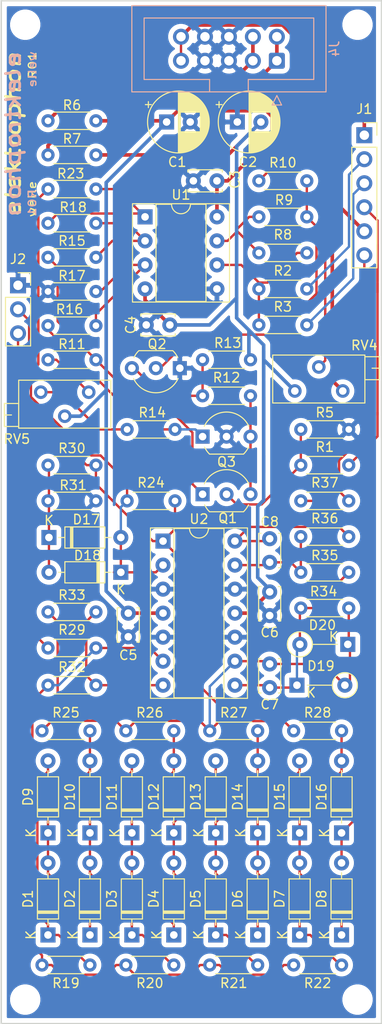
<source format=kicad_pcb>
(kicad_pcb (version 20171130) (host pcbnew 5.1.10)
  (title_block (title welle) (date 2021-08-18) (rev R01) (comment 1 "PCB for panel") (comment 2 "Wavefolder designed by Jürgen Haible and Yves Usson") (comment 4 "License CC BY 4.0 - Attribution 4.0 International"))
  (layers (0 F.Cu signal) (31 B.Cu signal) (34 B.Paste user) (35 F.Paste user) (36 B.SilkS user) (37 F.SilkS user) (38 B.Mask user) (39 F.Mask user) (44 Edge.Cuts user))
  (net 0 "")
  (net 1 GND)
  (net 2 +15V)
  (net 3 -15V)
  (net 4 "Net-(D1-Pad2)")
  (net 5 "Net-(D1-Pad1)")
  (net 6 "Net-(D10-Pad1)")
  (net 7 "Net-(D11-Pad1)")
  (net 8 "Net-(D12-Pad1)")
  (net 9 "Net-(D13-Pad1)")
  (net 10 "Net-(D14-Pad1)")
  (net 11 "Net-(D15-Pad1)")
  (net 12 "Net-(D17-Pad2)")
  (net 13 "Net-(D17-Pad1)")
  (net 14 +5V)
  (net 15 VP)
  (net 16 VN)
  (net 17 "Net-(Q1-Pad1)")
  (net 18 "Net-(Q1-Pad3)")
  (net 19 "Net-(Q1-Pad2)")
  (net 20 "Net-(Q2-Pad3)")
  (net 21 "Net-(Q2-Pad2)")
  (net 22 "Net-(Q3-Pad1)")
  (net 23 "Net-(R2-Pad1)")
  (net 24 "Net-(R8-Pad1)")
  (net 25 "Net-(R10-Pad1)")
  (net 26 "Net-(R11-Pad2)")
  (net 27 "Net-(R14-Pad2)")
  (net 28 "Net-(R15-Pad1)")
  (net 29 "Net-(R16-Pad1)")
  (net 30 "Net-(R18-Pad2)")
  (net 31 "Net-(R19-Pad2)")
  (net 32 "Net-(R32-Pad2)")
  (net 33 /shape_a)
  (net 34 /input)
  (net 35 /control)
  (net 36 /range)
  (net 37 /shape_b)
  (net 38 /out)
  (net 39 "Net-(C7-Pad2)")
  (net 40 "Net-(C7-Pad1)")
  (net 41 "Net-(C8-Pad2)")
  (net 42 "Net-(C8-Pad1)")
  (module Diode_THT:D_DO-35_SOD27_P5.08mm_Vertical_KathodeUp (layer F.Cu) (at 87.53 118.872 180)
    (fp_text reference D20 (at 2.694 2.032) (layer F.SilkS))
    (fp_text value D)
    (fp_text user K (at 1.5 0.8) (layer F.SilkS))
    (pad 2 thru_hole oval (at 5.08 0 180) (size 1.6 1.6) (drill 0.8) (layers *.Cu *.Mask) (net 40 "Net-(C7-Pad1)"))
    (pad 1 thru_hole rect (at 0 0 180) (size 1.6 1.6) (drill 0.8) (layers *.Cu *.Mask) (net 39 "Net-(C7-Pad2)"))
  )
  (module Diode_THT:D_DO-35_SOD27_P5.08mm_Vertical_KathodeUp (layer F.Cu) (at 82.138629 123.19)
    (fp_text reference D19 (at 2.54 -2.032) (layer F.SilkS))
    (fp_text value D)
    (fp_text user K (at 1.5 0.8) (layer F.SilkS))
    (pad 2 thru_hole oval (at 5.08 0) (size 1.6 1.6) (drill 0.8) (layers *.Cu *.Mask) (net 39 "Net-(C7-Pad2)"))
    (pad 1 thru_hole rect (at 0 0) (size 1.6 1.6) (drill 0.8) (layers *.Cu *.Mask) (net 40 "Net-(C7-Pad1)"))
  )
  (module Capacitor_THT:C_Disc_D3.4mm_W2.1mm_P2.50mm (layer F.Cu) (at 79.248 107.696 270)
    (fp_text reference C8 (at -1.778 0) (layer F.SilkS))
    (fp_text value 10p*)
    (pad 2 thru_hole circle (at 2.5 0 270) (size 1.6 1.6) (drill 0.8) (layers *.Cu *.Mask) (net 41 "Net-(C8-Pad2)"))
    (pad 1 thru_hole circle (at 0 0 270) (size 1.6 1.6) (drill 0.8) (layers *.Cu *.Mask) (net 42 "Net-(C8-Pad1)"))
  )
  (module Capacitor_THT:C_Disc_D3.4mm_W2.1mm_P2.50mm (layer F.Cu) (at 79.248 123.444 90)
    (fp_text reference C7 (at -1.778 0 180) (layer F.SilkS))
    (fp_text value 10p*)
    (pad 2 thru_hole circle (at 2.5 0 90) (size 1.6 1.6) (drill 0.8) (layers *.Cu *.Mask) (net 39 "Net-(C7-Pad2)"))
    (pad 1 thru_hole circle (at 0 0 90) (size 1.6 1.6) (drill 0.8) (layers *.Cu *.Mask) (net 40 "Net-(C7-Pad1)"))
  )
  (module Connector_PinSocket_2.54mm:PinSocket_1x03_P2.54mm_Vertical (layer F.Cu) (at 52.578 80.899)
    (fp_text reference J2 (at 0 -2.77) (layer F.SilkS))
    (fp_text value Conn_01x03_Female hide)
    (pad 3 thru_hole oval (at 0 5.08) (size 1.7 1.7) (drill 1) (layers *.Cu *.Mask) (net 37 /shape_b))
    (pad 2 thru_hole oval (at 0 2.54) (size 1.7 1.7) (drill 1) (layers *.Cu *.Mask) (net 33 /shape_a))
    (pad 1 thru_hole rect (at 0 0) (size 1.7 1.7) (drill 1) (layers *.Cu *.Mask) (net 1 GND))
  )
  (module Connector_PinSocket_2.54mm:PinSocket_1x06_P2.54mm_Vertical (layer F.Cu) (at 89.281 65.024)
    (fp_text reference J1 (at 0 -2.77) (layer F.SilkS))
    (fp_text value Conn_01x06_Female hide)
    (pad 6 thru_hole oval (at 0 12.7) (size 1.7 1.7) (drill 1) (layers *.Cu *.Mask) (net 38 /out))
    (pad 5 thru_hole oval (at 0 10.16) (size 1.7 1.7) (drill 1) (layers *.Cu *.Mask) (net 2 +15V))
    (pad 4 thru_hole oval (at 0 7.62) (size 1.7 1.7) (drill 1) (layers *.Cu *.Mask) (net 34 /input))
    (pad 3 thru_hole oval (at 0 5.08) (size 1.7 1.7) (drill 1) (layers *.Cu *.Mask) (net 36 /range))
    (pad 2 thru_hole oval (at 0 2.54) (size 1.7 1.7) (drill 1) (layers *.Cu *.Mask) (net 35 /control))
    (pad 1 thru_hole rect (at 0 0) (size 1.7 1.7) (drill 1) (layers *.Cu *.Mask) (net 14 +5V))
  )
  (module "elektrophon:elektrophon logo" (layer F.Cu) (at 53.086 64.897 90)
    (fp_text reference REF** hide)
    (fp_text value "elektrophon logo" hide)
    (fp_text user welle (at 8.84 1.02 90) (layer B.SilkS) (effects (font (size 0.8 1)) (justify left mirror)))
    (fp_text user R01 (at -8.83 1 90) (layer B.SilkS) (effects (font (size 0.8 1)) (justify right mirror)))
    (fp_text user elektrophon (at 0 -1.016 90) (layer B.SilkS) (effects (font (size 1.5 2) (thickness 0.3) italic) (justify mirror)))
    (fp_text user R01 (at 8.8 1.02 90) (layer F.SilkS) (effects (font (size 0.8 1)) (justify right)))
    (fp_text user welle (at -8.88 1 90) (layer F.SilkS) (effects (font (size 0.8 1)) (justify left)))
    (fp_text user elektrophon (at 0 -1.016 90) (layer F.SilkS) (effects (font (size 1.5 2) (thickness 0.3) italic)))
  )
  (module Resistor_THT:R_Axial_DIN0204_L3.6mm_D1.6mm_P5.08mm_Horizontal (layer F.Cu) (at 55.753 119.253)
    (fp_text reference R29 (at 2.54 -1.92) (layer F.SilkS))
    (fp_text value 27k)
    (pad 2 thru_hole oval (at 5.08 0) (size 1.4 1.4) (drill 0.7) (layers *.Cu *.Mask) (net 31 "Net-(R19-Pad2)"))
    (pad 1 thru_hole circle (at 0 0) (size 1.4 1.4) (drill 0.7) (layers *.Cu *.Mask) (net 37 /shape_b))
  )
  (module Resistor_THT:R_Axial_DIN0204_L3.6mm_D1.6mm_P5.08mm_Horizontal (layer F.Cu) (at 82.55 103.696428)
    (fp_text reference R37 (at 2.54 -1.92) (layer F.SilkS))
    (fp_text value 470)
    (pad 2 thru_hole oval (at 5.08 0) (size 1.4 1.4) (drill 0.7) (layers *.Cu *.Mask) (net 38 /out))
    (pad 1 thru_hole circle (at 0 0) (size 1.4 1.4) (drill 0.7) (layers *.Cu *.Mask) (net 42 "Net-(C8-Pad1)"))
  )
  (module Diode_THT:D_DO-35_SOD27_P7.62mm_Horizontal (layer F.Cu) (at 63.473 111.252 180)
    (fp_text reference D18 (at 3.529 1.778) (layer F.SilkS))
    (fp_text value D)
    (fp_text user K (at 0 -1.8) (layer F.SilkS))
    (pad 2 thru_hole oval (at 7.62 0 180) (size 1.6 1.6) (drill 0.8) (layers *.Cu *.Mask) (net 13 "Net-(D17-Pad1)"))
    (pad 1 thru_hole rect (at 0 0 180) (size 1.6 1.6) (drill 0.8) (layers *.Cu *.Mask) (net 12 "Net-(D17-Pad2)"))
  )
  (module Diode_THT:D_DO-35_SOD27_P7.62mm_Horizontal (layer F.Cu) (at 55.853 107.569)
    (fp_text reference D17 (at 3.964 -1.905) (layer F.SilkS))
    (fp_text value D)
    (fp_text user K (at 0 -1.8) (layer F.SilkS))
    (pad 2 thru_hole oval (at 7.62 0) (size 1.6 1.6) (drill 0.8) (layers *.Cu *.Mask) (net 12 "Net-(D17-Pad2)"))
    (pad 1 thru_hole rect (at 0 0) (size 1.6 1.6) (drill 0.8) (layers *.Cu *.Mask) (net 13 "Net-(D17-Pad1)"))
  )
  (module Diode_THT:D_DO-35_SOD27_P7.62mm_Horizontal (layer F.Cu) (at 86.868 138.811 90)
    (fp_text reference D16 (at 3.81 -2.12 90) (layer F.SilkS))
    (fp_text value D)
    (fp_text user K (at 0 -1.8 90) (layer F.SilkS))
    (pad 2 thru_hole oval (at 7.62 0 90) (size 1.6 1.6) (drill 0.8) (layers *.Cu *.Mask) (net 11 "Net-(D15-Pad1)"))
    (pad 1 thru_hole rect (at 0 0 90) (size 1.6 1.6) (drill 0.8) (layers *.Cu *.Mask) (net 33 /shape_a))
  )
  (module Diode_THT:D_DO-35_SOD27_P7.62mm_Horizontal (layer F.Cu) (at 82.423 138.811 90)
    (fp_text reference D15 (at 3.81 -2.12 90) (layer F.SilkS))
    (fp_text value D)
    (fp_text user K (at 0 -1.8 90) (layer F.SilkS))
    (pad 2 thru_hole oval (at 7.62 0 90) (size 1.6 1.6) (drill 0.8) (layers *.Cu *.Mask) (net 10 "Net-(D14-Pad1)"))
    (pad 1 thru_hole rect (at 0 0 90) (size 1.6 1.6) (drill 0.8) (layers *.Cu *.Mask) (net 11 "Net-(D15-Pad1)"))
  )
  (module Diode_THT:D_DO-35_SOD27_P7.62mm_Horizontal (layer F.Cu) (at 77.978 138.811 90)
    (fp_text reference D14 (at 3.81 -2.12 90) (layer F.SilkS))
    (fp_text value D)
    (fp_text user K (at 0 -1.8 90) (layer F.SilkS))
    (pad 2 thru_hole oval (at 7.62 0 90) (size 1.6 1.6) (drill 0.8) (layers *.Cu *.Mask) (net 9 "Net-(D13-Pad1)"))
    (pad 1 thru_hole rect (at 0 0 90) (size 1.6 1.6) (drill 0.8) (layers *.Cu *.Mask) (net 10 "Net-(D14-Pad1)"))
  )
  (module Diode_THT:D_DO-35_SOD27_P7.62mm_Horizontal (layer F.Cu) (at 73.533 138.811 90)
    (fp_text reference D13 (at 3.81 -2.12 90) (layer F.SilkS))
    (fp_text value D)
    (fp_text user K (at 0 -1.8 90) (layer F.SilkS))
    (pad 2 thru_hole oval (at 7.62 0 90) (size 1.6 1.6) (drill 0.8) (layers *.Cu *.Mask) (net 8 "Net-(D12-Pad1)"))
    (pad 1 thru_hole rect (at 0 0 90) (size 1.6 1.6) (drill 0.8) (layers *.Cu *.Mask) (net 9 "Net-(D13-Pad1)"))
  )
  (module Diode_THT:D_DO-35_SOD27_P7.62mm_Horizontal (layer F.Cu) (at 69.088 138.811 90)
    (fp_text reference D12 (at 3.81 -2.12 90) (layer F.SilkS))
    (fp_text value D)
    (fp_text user K (at 0 -1.8 90) (layer F.SilkS))
    (pad 2 thru_hole oval (at 7.62 0 90) (size 1.6 1.6) (drill 0.8) (layers *.Cu *.Mask) (net 7 "Net-(D11-Pad1)"))
    (pad 1 thru_hole rect (at 0 0 90) (size 1.6 1.6) (drill 0.8) (layers *.Cu *.Mask) (net 8 "Net-(D12-Pad1)"))
  )
  (module Diode_THT:D_DO-35_SOD27_P7.62mm_Horizontal (layer F.Cu) (at 64.643 138.811 90)
    (fp_text reference D11 (at 3.81 -2.12 90) (layer F.SilkS))
    (fp_text value D)
    (fp_text user K (at 0 -1.8 90) (layer F.SilkS))
    (pad 2 thru_hole oval (at 7.62 0 90) (size 1.6 1.6) (drill 0.8) (layers *.Cu *.Mask) (net 6 "Net-(D10-Pad1)"))
    (pad 1 thru_hole rect (at 0 0 90) (size 1.6 1.6) (drill 0.8) (layers *.Cu *.Mask) (net 7 "Net-(D11-Pad1)"))
  )
  (module Diode_THT:D_DO-35_SOD27_P7.62mm_Horizontal (layer F.Cu) (at 60.198 138.811 90)
    (fp_text reference D10 (at 3.81 -2.12 90) (layer F.SilkS))
    (fp_text value D)
    (fp_text user K (at 0 -1.8 90) (layer F.SilkS))
    (pad 2 thru_hole oval (at 7.62 0 90) (size 1.6 1.6) (drill 0.8) (layers *.Cu *.Mask) (net 4 "Net-(D1-Pad2)"))
    (pad 1 thru_hole rect (at 0 0 90) (size 1.6 1.6) (drill 0.8) (layers *.Cu *.Mask) (net 6 "Net-(D10-Pad1)"))
  )
  (module Diode_THT:D_DO-35_SOD27_P7.62mm_Horizontal (layer F.Cu) (at 55.753 138.811 90)
    (fp_text reference D9 (at 3.81 -2.12 90) (layer F.SilkS))
    (fp_text value D)
    (fp_text user K (at 0 -1.8 90) (layer F.SilkS))
    (pad 2 thru_hole oval (at 7.62 0 90) (size 1.6 1.6) (drill 0.8) (layers *.Cu *.Mask) (net 5 "Net-(D1-Pad1)"))
    (pad 1 thru_hole rect (at 0 0 90) (size 1.6 1.6) (drill 0.8) (layers *.Cu *.Mask) (net 4 "Net-(D1-Pad2)"))
  )
  (module Diode_THT:D_DO-35_SOD27_P7.62mm_Horizontal (layer F.Cu) (at 86.868 149.606 90)
    (fp_text reference D8 (at 3.81 -2.12 90) (layer F.SilkS))
    (fp_text value D)
    (fp_text user K (at 0 -1.8 90) (layer F.SilkS))
    (pad 2 thru_hole oval (at 7.62 0 90) (size 1.6 1.6) (drill 0.8) (layers *.Cu *.Mask) (net 33 /shape_a))
    (pad 1 thru_hole rect (at 0 0 90) (size 1.6 1.6) (drill 0.8) (layers *.Cu *.Mask) (net 11 "Net-(D15-Pad1)"))
  )
  (module Diode_THT:D_DO-35_SOD27_P7.62mm_Horizontal (layer F.Cu) (at 82.423 149.606 90)
    (fp_text reference D7 (at 3.81 -2.12 90) (layer F.SilkS))
    (fp_text value D)
    (fp_text user K (at 0 -1.8 90) (layer F.SilkS))
    (pad 2 thru_hole oval (at 7.62 0 90) (size 1.6 1.6) (drill 0.8) (layers *.Cu *.Mask) (net 11 "Net-(D15-Pad1)"))
    (pad 1 thru_hole rect (at 0 0 90) (size 1.6 1.6) (drill 0.8) (layers *.Cu *.Mask) (net 10 "Net-(D14-Pad1)"))
  )
  (module Diode_THT:D_DO-35_SOD27_P7.62mm_Horizontal (layer F.Cu) (at 77.978 149.606 90)
    (fp_text reference D6 (at 3.81 -2.12 90) (layer F.SilkS))
    (fp_text value D)
    (fp_text user K (at 0 -1.8 90) (layer F.SilkS))
    (pad 2 thru_hole oval (at 7.62 0 90) (size 1.6 1.6) (drill 0.8) (layers *.Cu *.Mask) (net 10 "Net-(D14-Pad1)"))
    (pad 1 thru_hole rect (at 0 0 90) (size 1.6 1.6) (drill 0.8) (layers *.Cu *.Mask) (net 9 "Net-(D13-Pad1)"))
  )
  (module Diode_THT:D_DO-35_SOD27_P7.62mm_Horizontal (layer F.Cu) (at 73.533 149.606 90)
    (fp_text reference D5 (at 3.81 -2.12 90) (layer F.SilkS))
    (fp_text value D)
    (fp_text user K (at 0 -1.8 90) (layer F.SilkS))
    (pad 2 thru_hole oval (at 7.62 0 90) (size 1.6 1.6) (drill 0.8) (layers *.Cu *.Mask) (net 9 "Net-(D13-Pad1)"))
    (pad 1 thru_hole rect (at 0 0 90) (size 1.6 1.6) (drill 0.8) (layers *.Cu *.Mask) (net 8 "Net-(D12-Pad1)"))
  )
  (module Diode_THT:D_DO-35_SOD27_P7.62mm_Horizontal (layer F.Cu) (at 69.088 149.606 90)
    (fp_text reference D4 (at 3.81 -2.12 90) (layer F.SilkS))
    (fp_text value D)
    (fp_text user K (at 0 -1.8 90) (layer F.SilkS))
    (pad 2 thru_hole oval (at 7.62 0 90) (size 1.6 1.6) (drill 0.8) (layers *.Cu *.Mask) (net 8 "Net-(D12-Pad1)"))
    (pad 1 thru_hole rect (at 0 0 90) (size 1.6 1.6) (drill 0.8) (layers *.Cu *.Mask) (net 7 "Net-(D11-Pad1)"))
  )
  (module Diode_THT:D_DO-35_SOD27_P7.62mm_Horizontal (layer F.Cu) (at 64.643 149.606 90)
    (fp_text reference D3 (at 3.81 -2.12 90) (layer F.SilkS))
    (fp_text value D)
    (fp_text user K (at 0 -1.8 90) (layer F.SilkS))
    (pad 2 thru_hole oval (at 7.62 0 90) (size 1.6 1.6) (drill 0.8) (layers *.Cu *.Mask) (net 7 "Net-(D11-Pad1)"))
    (pad 1 thru_hole rect (at 0 0 90) (size 1.6 1.6) (drill 0.8) (layers *.Cu *.Mask) (net 6 "Net-(D10-Pad1)"))
  )
  (module Diode_THT:D_DO-35_SOD27_P7.62mm_Horizontal (layer F.Cu) (at 60.198 149.606 90)
    (fp_text reference D2 (at 3.81 -2.12 90) (layer F.SilkS))
    (fp_text value D)
    (fp_text user K (at 0 -1.8 90) (layer F.SilkS))
    (pad 2 thru_hole oval (at 7.62 0 90) (size 1.6 1.6) (drill 0.8) (layers *.Cu *.Mask) (net 6 "Net-(D10-Pad1)"))
    (pad 1 thru_hole rect (at 0 0 90) (size 1.6 1.6) (drill 0.8) (layers *.Cu *.Mask) (net 4 "Net-(D1-Pad2)"))
  )
  (module Diode_THT:D_DO-35_SOD27_P7.62mm_Horizontal (layer F.Cu) (at 55.753 149.606 90)
    (fp_text reference D1 (at 3.81 -2.12 90) (layer F.SilkS))
    (fp_text value D)
    (fp_text user K (at 0 -1.8 90) (layer F.SilkS))
    (pad 2 thru_hole oval (at 7.62 0 90) (size 1.6 1.6) (drill 0.8) (layers *.Cu *.Mask) (net 4 "Net-(D1-Pad2)"))
    (pad 1 thru_hole rect (at 0 0 90) (size 1.6 1.6) (drill 0.8) (layers *.Cu *.Mask) (net 5 "Net-(D1-Pad1)"))
  )
  (module Resistor_THT:R_Axial_DIN0204_L3.6mm_D1.6mm_P5.08mm_Horizontal (layer F.Cu) (at 82.55 107.475142)
    (fp_text reference R36 (at 2.54 -1.92) (layer F.SilkS))
    (fp_text value 56k)
    (pad 2 thru_hole oval (at 5.08 0) (size 1.4 1.4) (drill 0.7) (layers *.Cu *.Mask) (net 42 "Net-(C8-Pad1)"))
    (pad 1 thru_hole circle (at 0 0) (size 1.4 1.4) (drill 0.7) (layers *.Cu *.Mask) (net 41 "Net-(C8-Pad2)"))
  )
  (module Resistor_THT:R_Axial_DIN0204_L3.6mm_D1.6mm_P5.08mm_Horizontal (layer F.Cu) (at 87.63 111.253856 180)
    (fp_text reference R35 (at 2.54 1.779856) (layer F.SilkS))
    (fp_text value 6k8)
    (pad 2 thru_hole oval (at 5.08 0 180) (size 1.4 1.4) (drill 0.7) (layers *.Cu *.Mask) (net 41 "Net-(C8-Pad2)"))
    (pad 1 thru_hole circle (at 0 0 180) (size 1.4 1.4) (drill 0.7) (layers *.Cu *.Mask) (net 40 "Net-(C7-Pad1)"))
  )
  (module Resistor_THT:R_Axial_DIN0204_L3.6mm_D1.6mm_P5.08mm_Horizontal (layer F.Cu) (at 87.63 115.03257 180)
    (fp_text reference R34 (at 2.667 1.74857) (layer F.SilkS))
    (fp_text value 56k)
    (pad 2 thru_hole oval (at 5.08 0 180) (size 1.4 1.4) (drill 0.7) (layers *.Cu *.Mask) (net 40 "Net-(C7-Pad1)"))
    (pad 1 thru_hole circle (at 0 0 180) (size 1.4 1.4) (drill 0.7) (layers *.Cu *.Mask) (net 39 "Net-(C7-Pad2)"))
  )
  (module Resistor_THT:R_Axial_DIN0204_L3.6mm_D1.6mm_P5.08mm_Horizontal (layer F.Cu) (at 60.833 115.443 180)
    (fp_text reference R33 (at 2.54 1.778) (layer F.SilkS))
    (fp_text value 5k6)
    (pad 2 thru_hole oval (at 5.08 0 180) (size 1.4 1.4) (drill 0.7) (layers *.Cu *.Mask) (net 39 "Net-(C7-Pad2)"))
    (pad 1 thru_hole circle (at 0 0 180) (size 1.4 1.4) (drill 0.7) (layers *.Cu *.Mask) (net 32 "Net-(R32-Pad2)"))
  )
  (module Resistor_THT:R_Axial_DIN0204_L3.6mm_D1.6mm_P5.08mm_Horizontal (layer F.Cu) (at 55.753 123.19)
    (fp_text reference R32 (at 2.54 -1.92) (layer F.SilkS))
    (fp_text value 5k6)
    (pad 2 thru_hole oval (at 5.08 0) (size 1.4 1.4) (drill 0.7) (layers *.Cu *.Mask) (net 32 "Net-(R32-Pad2)"))
    (pad 1 thru_hole circle (at 0 0) (size 1.4 1.4) (drill 0.7) (layers *.Cu *.Mask) (net 31 "Net-(R19-Pad2)"))
  )
  (module Resistor_THT:R_Axial_DIN0204_L3.6mm_D1.6mm_P5.08mm_Horizontal (layer F.Cu) (at 60.833 103.696428 180)
    (fp_text reference R31 (at 2.413 1.651) (layer F.SilkS))
    (fp_text value 2k7)
    (pad 2 thru_hole oval (at 5.08 0 180) (size 1.4 1.4) (drill 0.7) (layers *.Cu *.Mask) (net 13 "Net-(D17-Pad1)"))
    (pad 1 thru_hole circle (at 0 0 180) (size 1.4 1.4) (drill 0.7) (layers *.Cu *.Mask) (net 1 GND))
  )
  (module Resistor_THT:R_Axial_DIN0204_L3.6mm_D1.6mm_P5.08mm_Horizontal (layer F.Cu) (at 60.833 99.917714 180)
    (fp_text reference R30 (at 2.54 1.778) (layer F.SilkS))
    (fp_text value 33k)
    (pad 2 thru_hole oval (at 5.08 0 180) (size 1.4 1.4) (drill 0.7) (layers *.Cu *.Mask) (net 13 "Net-(D17-Pad1)"))
    (pad 1 thru_hole circle (at 0 0 180) (size 1.4 1.4) (drill 0.7) (layers *.Cu *.Mask) (net 33 /shape_a))
  )
  (module Resistor_THT:R_Axial_DIN0204_L3.6mm_D1.6mm_P5.08mm_Horizontal (layer F.Cu) (at 81.788 128.016)
    (fp_text reference R28 (at 2.54 -1.92) (layer F.SilkS))
    (fp_text value 15k)
    (pad 2 thru_hole oval (at 5.08 0) (size 1.4 1.4) (drill 0.7) (layers *.Cu *.Mask) (net 11 "Net-(D15-Pad1)"))
    (pad 1 thru_hole circle (at 0 0) (size 1.4 1.4) (drill 0.7) (layers *.Cu *.Mask) (net 39 "Net-(C7-Pad2)"))
  )
  (module Resistor_THT:R_Axial_DIN0204_L3.6mm_D1.6mm_P5.08mm_Horizontal (layer F.Cu) (at 72.898 128.016)
    (fp_text reference R27 (at 2.54 -1.92) (layer F.SilkS))
    (fp_text value 15k)
    (pad 2 thru_hole oval (at 5.08 0) (size 1.4 1.4) (drill 0.7) (layers *.Cu *.Mask) (net 9 "Net-(D13-Pad1)"))
    (pad 1 thru_hole circle (at 0 0) (size 1.4 1.4) (drill 0.7) (layers *.Cu *.Mask) (net 39 "Net-(C7-Pad2)"))
  )
  (module Resistor_THT:R_Axial_DIN0204_L3.6mm_D1.6mm_P5.08mm_Horizontal (layer F.Cu) (at 64.008 128.016)
    (fp_text reference R26 (at 2.54 -1.92) (layer F.SilkS))
    (fp_text value 15k)
    (pad 2 thru_hole oval (at 5.08 0) (size 1.4 1.4) (drill 0.7) (layers *.Cu *.Mask) (net 7 "Net-(D11-Pad1)"))
    (pad 1 thru_hole circle (at 0 0) (size 1.4 1.4) (drill 0.7) (layers *.Cu *.Mask) (net 39 "Net-(C7-Pad2)"))
  )
  (module Resistor_THT:R_Axial_DIN0204_L3.6mm_D1.6mm_P5.08mm_Horizontal (layer F.Cu) (at 55.118 128.016)
    (fp_text reference R25 (at 2.54 -1.92) (layer F.SilkS))
    (fp_text value 15k)
    (pad 2 thru_hole oval (at 5.08 0) (size 1.4 1.4) (drill 0.7) (layers *.Cu *.Mask) (net 4 "Net-(D1-Pad2)"))
    (pad 1 thru_hole circle (at 0 0) (size 1.4 1.4) (drill 0.7) (layers *.Cu *.Mask) (net 39 "Net-(C7-Pad2)"))
  )
  (module Resistor_THT:R_Axial_DIN0204_L3.6mm_D1.6mm_P5.08mm_Horizontal (layer F.Cu) (at 64.135 103.696428)
    (fp_text reference R24 (at 2.54 -1.92) (layer F.SilkS))
    (fp_text value 100k)
    (pad 2 thru_hole oval (at 5.08 0) (size 1.4 1.4) (drill 0.7) (layers *.Cu *.Mask) (net 33 /shape_a))
    (pad 1 thru_hole circle (at 0 0) (size 1.4 1.4) (drill 0.7) (layers *.Cu *.Mask) (net 12 "Net-(D17-Pad2)"))
  )
  (module Resistor_THT:R_Axial_DIN0204_L3.6mm_D1.6mm_P5.08mm_Horizontal (layer F.Cu) (at 60.833 70.720856 180)
    (fp_text reference R23 (at 2.667 1.632856) (layer F.SilkS))
    (fp_text value 100k)
    (pad 2 thru_hole oval (at 5.08 0 180) (size 1.4 1.4) (drill 0.7) (layers *.Cu *.Mask) (net 12 "Net-(D17-Pad2)"))
    (pad 1 thru_hole circle (at 0 0 180) (size 1.4 1.4) (drill 0.7) (layers *.Cu *.Mask) (net 30 "Net-(R18-Pad2)"))
  )
  (module Resistor_THT:R_Axial_DIN0204_L3.6mm_D1.6mm_P5.08mm_Horizontal (layer F.Cu) (at 86.868 152.781 180)
    (fp_text reference R22 (at 2.54 -1.92) (layer F.SilkS))
    (fp_text value 15k)
    (pad 2 thru_hole oval (at 5.08 0 180) (size 1.4 1.4) (drill 0.7) (layers *.Cu *.Mask) (net 31 "Net-(R19-Pad2)"))
    (pad 1 thru_hole circle (at 0 0 180) (size 1.4 1.4) (drill 0.7) (layers *.Cu *.Mask) (net 10 "Net-(D14-Pad1)"))
  )
  (module Resistor_THT:R_Axial_DIN0204_L3.6mm_D1.6mm_P5.08mm_Horizontal (layer F.Cu) (at 77.978 152.781 180)
    (fp_text reference R21 (at 2.54 -1.92) (layer F.SilkS))
    (fp_text value 15k)
    (pad 2 thru_hole oval (at 5.08 0 180) (size 1.4 1.4) (drill 0.7) (layers *.Cu *.Mask) (net 31 "Net-(R19-Pad2)"))
    (pad 1 thru_hole circle (at 0 0 180) (size 1.4 1.4) (drill 0.7) (layers *.Cu *.Mask) (net 8 "Net-(D12-Pad1)"))
  )
  (module Resistor_THT:R_Axial_DIN0204_L3.6mm_D1.6mm_P5.08mm_Horizontal (layer F.Cu) (at 69.088 152.781 180)
    (fp_text reference R20 (at 2.54 -1.92) (layer F.SilkS))
    (fp_text value 15k)
    (pad 2 thru_hole oval (at 5.08 0 180) (size 1.4 1.4) (drill 0.7) (layers *.Cu *.Mask) (net 31 "Net-(R19-Pad2)"))
    (pad 1 thru_hole circle (at 0 0 180) (size 1.4 1.4) (drill 0.7) (layers *.Cu *.Mask) (net 6 "Net-(D10-Pad1)"))
  )
  (module Resistor_THT:R_Axial_DIN0204_L3.6mm_D1.6mm_P5.08mm_Horizontal (layer F.Cu) (at 60.198 152.781 180)
    (fp_text reference R19 (at 2.54 -1.92) (layer F.SilkS))
    (fp_text value 15k)
    (pad 2 thru_hole oval (at 5.08 0 180) (size 1.4 1.4) (drill 0.7) (layers *.Cu *.Mask) (net 31 "Net-(R19-Pad2)"))
    (pad 1 thru_hole circle (at 0 0 180) (size 1.4 1.4) (drill 0.7) (layers *.Cu *.Mask) (net 5 "Net-(D1-Pad1)"))
  )
  (module Resistor_THT:R_Axial_DIN0204_L3.6mm_D1.6mm_P5.08mm_Horizontal (layer F.Cu) (at 60.833 74.331284 180)
    (fp_text reference R18 (at 2.413 1.687284) (layer F.SilkS))
    (fp_text value 100k)
    (pad 2 thru_hole oval (at 5.08 0 180) (size 1.4 1.4) (drill 0.7) (layers *.Cu *.Mask) (net 30 "Net-(R18-Pad2)"))
    (pad 1 thru_hole circle (at 0 0 180) (size 1.4 1.4) (drill 0.7) (layers *.Cu *.Mask) (net 28 "Net-(R15-Pad1)"))
  )
  (module Resistor_THT:R_Axial_DIN0204_L3.6mm_D1.6mm_P5.08mm_Horizontal (layer F.Cu) (at 55.753 81.55214)
    (fp_text reference R17 (at 2.54 -1.66914) (layer F.SilkS))
    (fp_text value 100k)
    (pad 2 thru_hole oval (at 5.08 0) (size 1.4 1.4) (drill 0.7) (layers *.Cu *.Mask) (net 29 "Net-(R16-Pad1)"))
    (pad 1 thru_hole circle (at 0 0) (size 1.4 1.4) (drill 0.7) (layers *.Cu *.Mask) (net 1 GND))
  )
  (module Resistor_THT:R_Axial_DIN0204_L3.6mm_D1.6mm_P5.08mm_Horizontal (layer F.Cu) (at 60.833 85.162568 180)
    (fp_text reference R16 (at 2.794 1.723568) (layer F.SilkS))
    (fp_text value 10k)
    (pad 2 thru_hole oval (at 5.08 0 180) (size 1.4 1.4) (drill 0.7) (layers *.Cu *.Mask) (net 22 "Net-(Q3-Pad1)"))
    (pad 1 thru_hole circle (at 0 0 180) (size 1.4 1.4) (drill 0.7) (layers *.Cu *.Mask) (net 29 "Net-(R16-Pad1)"))
  )
  (module Resistor_THT:R_Axial_DIN0204_L3.6mm_D1.6mm_P5.08mm_Horizontal (layer F.Cu) (at 60.833 77.941712 180)
    (fp_text reference R15 (at 2.54 1.741712) (layer F.SilkS))
    (fp_text value 10k)
    (pad 2 thru_hole oval (at 5.08 0 180) (size 1.4 1.4) (drill 0.7) (layers *.Cu *.Mask) (net 17 "Net-(Q1-Pad1)"))
    (pad 1 thru_hole circle (at 0 0 180) (size 1.4 1.4) (drill 0.7) (layers *.Cu *.Mask) (net 28 "Net-(R15-Pad1)"))
  )
  (module Resistor_THT:R_Axial_DIN0204_L3.6mm_D1.6mm_P5.08mm_Horizontal (layer F.Cu) (at 69.215 96.139 180)
    (fp_text reference R14 (at 2.413 1.778) (layer F.SilkS))
    (fp_text value 15k)
    (pad 2 thru_hole oval (at 5.08 0 180) (size 1.4 1.4) (drill 0.7) (layers *.Cu *.Mask) (net 27 "Net-(R14-Pad2)"))
    (pad 1 thru_hole circle (at 0 0 180) (size 1.4 1.4) (drill 0.7) (layers *.Cu *.Mask) (net 22 "Net-(Q3-Pad1)"))
  )
  (module Resistor_THT:R_Axial_DIN0204_L3.6mm_D1.6mm_P5.08mm_Horizontal (layer F.Cu) (at 77.216 88.773 180)
    (fp_text reference R13 (at 2.413 1.778) (layer F.SilkS))
    (fp_text value 15k)
    (pad 2 thru_hole oval (at 5.08 0 180) (size 1.4 1.4) (drill 0.7) (layers *.Cu *.Mask) (net 20 "Net-(Q2-Pad3)"))
    (pad 1 thru_hole circle (at 0 0 180) (size 1.4 1.4) (drill 0.7) (layers *.Cu *.Mask) (net 3 -15V))
  )
  (module Resistor_THT:R_Axial_DIN0204_L3.6mm_D1.6mm_P5.08mm_Horizontal (layer F.Cu) (at 72.136 92.583)
    (fp_text reference R12 (at 2.54 -1.92) (layer F.SilkS))
    (fp_text value 33k)
    (pad 2 thru_hole oval (at 5.08 0) (size 1.4 1.4) (drill 0.7) (layers *.Cu *.Mask) (net 18 "Net-(Q1-Pad3)"))
    (pad 1 thru_hole circle (at 0 0) (size 1.4 1.4) (drill 0.7) (layers *.Cu *.Mask) (net 20 "Net-(Q2-Pad3)"))
  )
  (module Resistor_THT:R_Axial_DIN0204_L3.6mm_D1.6mm_P5.08mm_Horizontal (layer F.Cu) (at 60.833 88.773 180)
    (fp_text reference R11 (at 2.54 1.651) (layer F.SilkS))
    (fp_text value 15k)
    (pad 2 thru_hole oval (at 5.08 0 180) (size 1.4 1.4) (drill 0.7) (layers *.Cu *.Mask) (net 26 "Net-(R11-Pad2)"))
    (pad 1 thru_hole circle (at 0 0 180) (size 1.4 1.4) (drill 0.7) (layers *.Cu *.Mask) (net 17 "Net-(Q1-Pad1)"))
  )
  (module Resistor_THT:R_Axial_DIN0204_L3.6mm_D1.6mm_P5.08mm_Horizontal (layer F.Cu) (at 78.105 69.85)
    (fp_text reference R10 (at 2.54 -1.92) (layer F.SilkS))
    (fp_text value 22k)
    (pad 2 thru_hole oval (at 5.08 0) (size 1.4 1.4) (drill 0.7) (layers *.Cu *.Mask) (net 21 "Net-(Q2-Pad2)"))
    (pad 1 thru_hole circle (at 0 0) (size 1.4 1.4) (drill 0.7) (layers *.Cu *.Mask) (net 25 "Net-(R10-Pad1)"))
  )
  (module Resistor_THT:R_Axial_DIN0204_L3.6mm_D1.6mm_P5.08mm_Horizontal (layer F.Cu) (at 83.185 73.66 180)
    (fp_text reference R9 (at 2.413 1.778) (layer F.SilkS))
    (fp_text value 22k)
    (pad 2 thru_hole oval (at 5.08 0 180) (size 1.4 1.4) (drill 0.7) (layers *.Cu *.Mask) (net 24 "Net-(R8-Pad1)"))
    (pad 1 thru_hole circle (at 0 0 180) (size 1.4 1.4) (drill 0.7) (layers *.Cu *.Mask) (net 21 "Net-(Q2-Pad2)"))
  )
  (module Resistor_THT:R_Axial_DIN0204_L3.6mm_D1.6mm_P5.08mm_Horizontal (layer F.Cu) (at 78.105 77.47)
    (fp_text reference R8 (at 2.54 -1.92) (layer F.SilkS))
    (fp_text value 100k)
    (pad 2 thru_hole oval (at 5.08 0) (size 1.4 1.4) (drill 0.7) (layers *.Cu *.Mask) (net 23 "Net-(R2-Pad1)"))
    (pad 1 thru_hole circle (at 0 0) (size 1.4 1.4) (drill 0.7) (layers *.Cu *.Mask) (net 24 "Net-(R8-Pad1)"))
  )
  (module Resistor_THT:R_Axial_DIN0204_L3.6mm_D1.6mm_P5.08mm_Horizontal (layer F.Cu) (at 60.833 67.110428 180)
    (fp_text reference R7 (at 2.54 1.705428) (layer F.SilkS))
    (fp_text value 10)
    (pad 2 thru_hole oval (at 5.08 0 180) (size 1.4 1.4) (drill 0.7) (layers *.Cu *.Mask) (net 16 VN))
    (pad 1 thru_hole circle (at 0 0 180) (size 1.4 1.4) (drill 0.7) (layers *.Cu *.Mask) (net 3 -15V))
  )
  (module Resistor_THT:R_Axial_DIN0204_L3.6mm_D1.6mm_P5.08mm_Horizontal (layer F.Cu) (at 60.833 63.5 180)
    (fp_text reference R6 (at 2.54 1.651) (layer F.SilkS))
    (fp_text value 10)
    (pad 2 thru_hole oval (at 5.08 0 180) (size 1.4 1.4) (drill 0.7) (layers *.Cu *.Mask) (net 15 VP))
    (pad 1 thru_hole circle (at 0 0 180) (size 1.4 1.4) (drill 0.7) (layers *.Cu *.Mask) (net 2 +15V))
  )
  (module Resistor_THT:R_Axial_DIN0204_L3.6mm_D1.6mm_P5.08mm_Horizontal (layer F.Cu) (at 87.63 96.139 180)
    (fp_text reference R5 (at 2.54 1.778) (layer F.SilkS))
    (fp_text value 680)
    (pad 2 thru_hole oval (at 5.08 0 180) (size 1.4 1.4) (drill 0.7) (layers *.Cu *.Mask) (net 19 "Net-(Q1-Pad2)"))
    (pad 1 thru_hole circle (at 0 0 180) (size 1.4 1.4) (drill 0.7) (layers *.Cu *.Mask) (net 1 GND))
  )
  (module Resistor_THT:R_Axial_DIN0204_L3.6mm_D1.6mm_P5.08mm_Horizontal (layer F.Cu) (at 78.105 85.09)
    (fp_text reference R3 (at 2.54 -1.92) (layer F.SilkS))
    (fp_text value 100k)
    (pad 2 thru_hole oval (at 5.08 0) (size 1.4 1.4) (drill 0.7) (layers *.Cu *.Mask) (net 36 /range))
    (pad 1 thru_hole circle (at 0 0) (size 1.4 1.4) (drill 0.7) (layers *.Cu *.Mask) (net 23 "Net-(R2-Pad1)"))
  )
  (module Resistor_THT:R_Axial_DIN0204_L3.6mm_D1.6mm_P5.08mm_Horizontal (layer F.Cu) (at 78.105 81.28)
    (fp_text reference R2 (at 2.54 -1.92) (layer F.SilkS))
    (fp_text value 68k)
    (pad 2 thru_hole oval (at 5.08 0) (size 1.4 1.4) (drill 0.7) (layers *.Cu *.Mask) (net 35 /control))
    (pad 1 thru_hole circle (at 0 0) (size 1.4 1.4) (drill 0.7) (layers *.Cu *.Mask) (net 23 "Net-(R2-Pad1)"))
  )
  (module Resistor_THT:R_Axial_DIN0204_L3.6mm_D1.6mm_P5.08mm_Horizontal (layer F.Cu) (at 82.55 99.917714)
    (fp_text reference R1 (at 2.54 -1.92) (layer F.SilkS))
    (fp_text value 100k)
    (pad 2 thru_hole oval (at 5.08 0) (size 1.4 1.4) (drill 0.7) (layers *.Cu *.Mask) (net 34 /input))
    (pad 1 thru_hole circle (at 0 0) (size 1.4 1.4) (drill 0.7) (layers *.Cu *.Mask) (net 19 "Net-(Q1-Pad2)"))
  )
  (module Package_DIP:DIP-14_W7.62mm_Socket (layer F.Cu) (at 67.945 107.95)
    (fp_text reference U2 (at 3.81 -2.33) (layer F.SilkS))
    (fp_text value TL074)
    (pad 14 thru_hole oval (at 7.62 0) (size 1.6 1.6) (drill 0.8) (layers *.Cu *.Mask) (net 42 "Net-(C8-Pad1)"))
    (pad 7 thru_hole oval (at 0 15.24) (size 1.6 1.6) (drill 0.8) (layers *.Cu *.Mask) (net 32 "Net-(R32-Pad2)"))
    (pad 13 thru_hole oval (at 7.62 2.54) (size 1.6 1.6) (drill 0.8) (layers *.Cu *.Mask) (net 41 "Net-(C8-Pad2)"))
    (pad 6 thru_hole oval (at 0 12.7) (size 1.6 1.6) (drill 0.8) (layers *.Cu *.Mask) (net 31 "Net-(R19-Pad2)"))
    (pad 12 thru_hole oval (at 7.62 5.08) (size 1.6 1.6) (drill 0.8) (layers *.Cu *.Mask) (net 1 GND))
    (pad 5 thru_hole oval (at 0 10.16) (size 1.6 1.6) (drill 0.8) (layers *.Cu *.Mask) (net 1 GND))
    (pad 11 thru_hole oval (at 7.62 7.62) (size 1.6 1.6) (drill 0.8) (layers *.Cu *.Mask) (net 3 -15V))
    (pad 4 thru_hole oval (at 0 7.62) (size 1.6 1.6) (drill 0.8) (layers *.Cu *.Mask) (net 2 +15V))
    (pad 10 thru_hole oval (at 7.62 10.16) (size 1.6 1.6) (drill 0.8) (layers *.Cu *.Mask) (net 1 GND))
    (pad 3 thru_hole oval (at 0 5.08) (size 1.6 1.6) (drill 0.8) (layers *.Cu *.Mask) (net 1 GND))
    (pad 9 thru_hole oval (at 7.62 12.7) (size 1.6 1.6) (drill 0.8) (layers *.Cu *.Mask) (net 39 "Net-(C7-Pad2)"))
    (pad 2 thru_hole oval (at 0 2.54) (size 1.6 1.6) (drill 0.8) (layers *.Cu *.Mask) (net 12 "Net-(D17-Pad2)"))
    (pad 8 thru_hole oval (at 7.62 15.24) (size 1.6 1.6) (drill 0.8) (layers *.Cu *.Mask) (net 40 "Net-(C7-Pad1)"))
    (pad 1 thru_hole rect (at 0 0) (size 1.6 1.6) (drill 0.8) (layers *.Cu *.Mask) (net 33 /shape_a))
  )
  (module Package_DIP:DIP-8_W7.62mm_Socket (layer F.Cu) (at 66.04 73.66)
    (fp_text reference U1 (at 3.81 -2.33) (layer F.SilkS))
    (fp_text value TL072)
    (pad 8 thru_hole oval (at 7.62 0) (size 1.6 1.6) (drill 0.8) (layers *.Cu *.Mask) (net 2 +15V))
    (pad 4 thru_hole oval (at 0 7.62) (size 1.6 1.6) (drill 0.8) (layers *.Cu *.Mask) (net 3 -15V))
    (pad 7 thru_hole oval (at 7.62 2.54) (size 1.6 1.6) (drill 0.8) (layers *.Cu *.Mask) (net 24 "Net-(R8-Pad1)"))
    (pad 3 thru_hole oval (at 0 5.08) (size 1.6 1.6) (drill 0.8) (layers *.Cu *.Mask) (net 29 "Net-(R16-Pad1)"))
    (pad 6 thru_hole oval (at 7.62 5.08) (size 1.6 1.6) (drill 0.8) (layers *.Cu *.Mask) (net 23 "Net-(R2-Pad1)"))
    (pad 2 thru_hole oval (at 0 2.54) (size 1.6 1.6) (drill 0.8) (layers *.Cu *.Mask) (net 28 "Net-(R15-Pad1)"))
    (pad 5 thru_hole oval (at 7.62 7.62) (size 1.6 1.6) (drill 0.8) (layers *.Cu *.Mask) (net 1 GND))
    (pad 1 thru_hole rect (at 0 0) (size 1.6 1.6) (drill 0.8) (layers *.Cu *.Mask) (net 30 "Net-(R18-Pad2)"))
  )
  (module Potentiometer_THT:Potentiometer_Bourns_3296Z_Horizontal (layer F.Cu) (at 60.071 92.202)
    (fp_text reference RV5 (at -7.62 4.953) (layer F.SilkS))
    (fp_text value 1k)
    (pad 3 thru_hole circle (at -5.08 0) (size 1.44 1.44) (drill 0.8) (layers *.Cu *.Mask) (net 27 "Net-(R14-Pad2)"))
    (pad 2 thru_hole circle (at -2.54 2.54) (size 1.44 1.44) (drill 0.8) (layers *.Cu *.Mask) (net 2 +15V))
    (pad 1 thru_hole circle (at 0 0) (size 1.44 1.44) (drill 0.8) (layers *.Cu *.Mask) (net 26 "Net-(R11-Pad2)"))
  )
  (module Potentiometer_THT:Potentiometer_Bourns_3296Z_Horizontal (layer F.Cu) (at 81.915 92.075 180)
    (fp_text reference RV4 (at -7.366 4.826) (layer F.SilkS))
    (fp_text value 50k)
    (pad 3 thru_hole circle (at -5.08 0 180) (size 1.44 1.44) (drill 0.8) (layers *.Cu *.Mask) (net 2 +15V))
    (pad 2 thru_hole circle (at -2.54 2.54 180) (size 1.44 1.44) (drill 0.8) (layers *.Cu *.Mask) (net 25 "Net-(R10-Pad1)"))
    (pad 1 thru_hole circle (at 0 0 180) (size 1.44 1.44) (drill 0.8) (layers *.Cu *.Mask) (net 3 -15V))
  )
  (module Package_TO_SOT_THT:TO-92_Inline_Wide (layer F.Cu) (at 72.136 96.901)
    (fp_text reference Q3 (at 2.54 2.667) (layer F.SilkS))
    (fp_text value BC547)
    (pad 1 thru_hole rect (at 0 0) (size 1.5 1.5) (drill 0.8) (layers *.Cu *.Mask) (net 22 "Net-(Q3-Pad1)"))
    (pad 3 thru_hole circle (at 5.08 0) (size 1.5 1.5) (drill 0.8) (layers *.Cu *.Mask) (net 18 "Net-(Q1-Pad3)"))
    (pad 2 thru_hole circle (at 2.54 0) (size 1.5 1.5) (drill 0.8) (layers *.Cu *.Mask) (net 1 GND))
  )
  (module Package_TO_SOT_THT:TO-92_Inline_Wide (layer F.Cu) (at 69.723 89.662 180)
    (fp_text reference Q2 (at 2.413 2.54) (layer F.SilkS))
    (fp_text value BC547)
    (pad 1 thru_hole rect (at 0 0 180) (size 1.5 1.5) (drill 0.8) (layers *.Cu *.Mask) (net 1 GND))
    (pad 3 thru_hole circle (at 5.08 0 180) (size 1.5 1.5) (drill 0.8) (layers *.Cu *.Mask) (net 20 "Net-(Q2-Pad3)"))
    (pad 2 thru_hole circle (at 2.54 0 180) (size 1.5 1.5) (drill 0.8) (layers *.Cu *.Mask) (net 21 "Net-(Q2-Pad2)"))
  )
  (module Package_TO_SOT_THT:TO-92_Inline_Wide (layer F.Cu) (at 72.136 102.997)
    (fp_text reference Q1 (at 2.667 2.54) (layer F.SilkS))
    (fp_text value BC547)
    (pad 1 thru_hole rect (at 0 0) (size 1.5 1.5) (drill 0.8) (layers *.Cu *.Mask) (net 17 "Net-(Q1-Pad1)"))
    (pad 3 thru_hole circle (at 5.08 0) (size 1.5 1.5) (drill 0.8) (layers *.Cu *.Mask) (net 18 "Net-(Q1-Pad3)"))
    (pad 2 thru_hole circle (at 2.54 0) (size 1.5 1.5) (drill 0.8) (layers *.Cu *.Mask) (net 19 "Net-(Q1-Pad2)"))
  )
  (module Connector_IDC:IDC-Header_2x05_P2.54mm_Vertical (layer B.Cu) (at 80.01 57.15 90)
    (fp_text reference J4 (at 1.27 6.1 90) (layer B.SilkS) (effects (justify mirror)))
    (fp_text value "10 Pos")
    (pad 10 thru_hole circle (at 2.54 -10.16 90) (size 1.7 1.7) (drill 1) (layers *.Cu *.Mask) (net 14 +5V))
    (pad 8 thru_hole circle (at 2.54 -7.62 90) (size 1.7 1.7) (drill 1) (layers *.Cu *.Mask) (net 1 GND))
    (pad 6 thru_hole circle (at 2.54 -5.08 90) (size 1.7 1.7) (drill 1) (layers *.Cu *.Mask) (net 1 GND))
    (pad 4 thru_hole circle (at 2.54 -2.54 90) (size 1.7 1.7) (drill 1) (layers *.Cu *.Mask) (net 15 VP))
    (pad 2 thru_hole circle (at 2.54 0 90) (size 1.7 1.7) (drill 1) (layers *.Cu *.Mask) (net 16 VN))
    (pad 9 thru_hole circle (at 0 -10.16 90) (size 1.7 1.7) (drill 1) (layers *.Cu *.Mask) (net 14 +5V))
    (pad 7 thru_hole circle (at 0 -7.62 90) (size 1.7 1.7) (drill 1) (layers *.Cu *.Mask) (net 1 GND))
    (pad 5 thru_hole circle (at 0 -5.08 90) (size 1.7 1.7) (drill 1) (layers *.Cu *.Mask) (net 1 GND))
    (pad 3 thru_hole circle (at 0 -2.54 90) (size 1.7 1.7) (drill 1) (layers *.Cu *.Mask) (net 15 VP))
    (pad 1 thru_hole roundrect (at 0 0 90) (size 1.7 1.7) (drill 1) (layers *.Cu *.Mask) (roundrect_rratio 0.147059) (net 16 VN))
  )
  (module Capacitor_THT:C_Disc_D3.4mm_W2.1mm_P2.50mm (layer F.Cu) (at 79.248 115.824 90)
    (fp_text reference C6 (at -1.778 0 180) (layer F.SilkS))
    (fp_text value 0.1u)
    (pad 2 thru_hole circle (at 2.5 0 90) (size 1.6 1.6) (drill 0.8) (layers *.Cu *.Mask) (net 3 -15V))
    (pad 1 thru_hole circle (at 0 0 90) (size 1.6 1.6) (drill 0.8) (layers *.Cu *.Mask) (net 1 GND))
  )
  (module Capacitor_THT:C_Disc_D3.4mm_W2.1mm_P2.50mm (layer F.Cu) (at 64.262 115.57 270)
    (fp_text reference C5 (at 4.445 0 180) (layer F.SilkS))
    (fp_text value 0.1u)
    (pad 2 thru_hole circle (at 2.5 0 270) (size 1.6 1.6) (drill 0.8) (layers *.Cu *.Mask) (net 1 GND))
    (pad 1 thru_hole circle (at 0 0 270) (size 1.6 1.6) (drill 0.8) (layers *.Cu *.Mask) (net 2 +15V))
  )
  (module Capacitor_THT:C_Disc_D3.4mm_W2.1mm_P2.50mm (layer F.Cu) (at 66.167 85.09)
    (fp_text reference C4 (at -1.651 0 90) (layer F.SilkS))
    (fp_text value 0.1u)
    (pad 2 thru_hole circle (at 2.5 0) (size 1.6 1.6) (drill 0.8) (layers *.Cu *.Mask) (net 3 -15V))
    (pad 1 thru_hole circle (at 0 0) (size 1.6 1.6) (drill 0.8) (layers *.Cu *.Mask) (net 1 GND))
  )
  (module Capacitor_THT:C_Disc_D3.4mm_W2.1mm_P2.50mm (layer F.Cu) (at 73.66 69.85 180)
    (fp_text reference C3 (at -1.905 0.127 90) (layer F.SilkS))
    (fp_text value 0.1u)
    (pad 2 thru_hole circle (at 2.5 0 180) (size 1.6 1.6) (drill 0.8) (layers *.Cu *.Mask) (net 1 GND))
    (pad 1 thru_hole circle (at 0 0 180) (size 1.6 1.6) (drill 0.8) (layers *.Cu *.Mask) (net 2 +15V))
  )
  (module Capacitor_THT:CP_Radial_D6.3mm_P2.50mm (layer F.Cu) (at 75.819 63.627)
    (fp_text reference C2 (at 1.123 4.236) (layer F.SilkS))
    (fp_text value 22u)
    (pad 2 thru_hole circle (at 2.5 0) (size 1.6 1.6) (drill 0.8) (layers *.Cu *.Mask) (net 3 -15V))
    (pad 1 thru_hole rect (at 0 0) (size 1.6 1.6) (drill 0.8) (layers *.Cu *.Mask) (net 1 GND))
  )
  (module Capacitor_THT:CP_Radial_D6.3mm_P2.50mm (layer F.Cu) (at 68.326 63.627)
    (fp_text reference C1 (at 1.123 4.236) (layer F.SilkS))
    (fp_text value 22u)
    (pad 2 thru_hole circle (at 2.5 0) (size 1.6 1.6) (drill 0.8) (layers *.Cu *.Mask) (net 1 GND))
    (pad 1 thru_hole rect (at 0 0) (size 1.6 1.6) (drill 0.8) (layers *.Cu *.Mask) (net 2 +15V))
  )
  (module MountingHole:MountingHole_2.2mm_M2 (layer F.Cu) (at 88.56 156.44)
    (fp_text reference H4 hide)
    (fp_text value MountingHole hide)
    (pad 1 np_thru_hole circle (at 0 0) (size 2.2 2.2) (drill 2.2) (layers *.Cu *.Mask))
  )
  (module MountingHole:MountingHole_2.2mm_M2 (layer F.Cu) (at 53.34 156.44)
    (fp_text reference H3 hide)
    (fp_text value MountingHole hide)
    (pad 1 np_thru_hole circle (at 0 0) (size 2.2 2.2) (drill 2.2) (layers *.Cu *.Mask))
  )
  (module MountingHole:MountingHole_2.2mm_M2 (layer F.Cu) (at 88.56 53.34)
    (fp_text reference H2 hide)
    (fp_text value MountingHole hide)
    (pad 1 np_thru_hole circle (at 0 0) (size 2.2 2.2) (drill 2.2) (layers *.Cu *.Mask))
  )
  (module MountingHole:MountingHole_2.2mm_M2 (layer F.Cu) (at 53.34 53.34)
    (fp_text reference H1 hide)
    (fp_text value MountingHole hide)
    (pad 1 np_thru_hole circle (at 0 0) (size 2.2 2.2) (drill 2.2) (layers *.Cu *.Mask))
  )
  (gr_line (start 50.8 50.8) (end 50.8 158.98) (layer Edge.Cuts) (width 0.15))
  (gr_line (start 91.1 158.98) (end 50.8 158.98) (layer Edge.Cuts) (width 0.15))
  (gr_line (start 91.1 50.8) (end 91.1 158.98) (layer Edge.Cuts) (width 0.15))
  (gr_line (start 50.8 50.8) (end 91.1 50.8) (layer Edge.Cuts) (width 0.15))
  (segment (start 67.8655 115.649) (end 67.945 115.57) (width 0.381) (layer B.Cu) (net 2))
  (segment (start 73.66 69.85) (end 73.66 73.66) (width 0.381) (layer F.Cu) (net 2))
  (segment (start 79.347 62.893) (end 79.5095 63.0556) (width 0.381) (layer F.Cu) (net 2))
  (segment (start 79.5095 63.0556) (end 79.5095 65.1319) (width 0.381) (layer F.Cu) (net 2))
  (segment (start 79.5095 65.1319) (end 74.7914 69.85) (width 0.381) (layer F.Cu) (net 2))
  (segment (start 74.7914 69.85) (end 73.66 69.85) (width 0.381) (layer F.Cu) (net 2))
  (segment (start 79.347 62.893) (end 78.8904 62.4365) (width 0.381) (layer F.Cu) (net 2))
  (segment (start 78.8904 62.4365) (end 69.5165 62.4365) (width 0.381) (layer F.Cu) (net 2))
  (segment (start 69.5165 62.4365) (end 68.326 63.627) (width 0.381) (layer F.Cu) (net 2))
  (segment (start 85.8845 71.9765) (end 85.8875 71.9735) (width 0.381) (layer F.Cu) (net 2))
  (segment (start 85.8875 69.4335) (end 79.347 62.893) (width 0.381) (layer F.Cu) (net 2))
  (segment (start 85.8845 76.6755) (end 85.8845 76.8675) (width 0.381) (layer F.Cu) (net 2))
  (segment (start 85.8845 72.7385) (end 85.8845 74.3275) (width 0.381) (layer F.Cu) (net 2))
  (segment (start 85.8845 76.6755) (end 85.8845 72.7385) (width 0.381) (layer F.Cu) (net 2))
  (segment (start 85.8845 72.7385) (end 85.8845 71.9765) (width 0.381) (layer F.Cu) (net 2))
  (segment (start 64.008 115.57) (end 67.945 115.57) (width 0.381) (layer F.Cu) (net 2))
  (segment (start 68.199 63.5) (end 68.326 63.627) (width 0.381) (layer F.Cu) (net 2))
  (segment (start 60.833 63.5) (end 68.199 63.5) (width 0.381) (layer F.Cu) (net 2))
  (segment (start 68.326 63.627) (end 63.881 68.072) (width 0.381) (layer B.Cu) (net 2))
  (segment (start 61.923501 70.029499) (end 68.326 63.627) (width 0.381) (layer B.Cu) (net 2))
  (segment (start 64.262 115.57) (end 61.923501 113.231501) (width 0.381) (layer B.Cu) (net 2))
  (segment (start 59.174542 94.742) (end 57.531 94.742) (width 0.381) (layer B.Cu) (net 2))
  (segment (start 61.923501 91.993041) (end 59.174542 94.742) (width 0.381) (layer B.Cu) (net 2))
  (segment (start 61.923501 89.460499) (end 61.923501 91.993041) (width 0.381) (layer B.Cu) (net 2))
  (segment (start 61.923501 113.231501) (end 61.923501 89.460499) (width 0.381) (layer B.Cu) (net 2))
  (segment (start 61.923501 89.460499) (end 61.923501 70.029499) (width 0.381) (layer B.Cu) (net 2))
  (segment (start 85.8845 90.9645) (end 86.995 92.075) (width 0.381) (layer F.Cu) (net 2))
  (segment (start 85.8845 76.6755) (end 85.8845 90.9645) (width 0.381) (layer F.Cu) (net 2))
  (segment (start 85.8875 71.7905) (end 85.8875 70.85578) (width 0.381) (layer F.Cu) (net 2))
  (segment (start 89.281 75.184) (end 85.8875 71.7905) (width 0.381) (layer F.Cu) (net 2))
  (segment (start 85.8875 70.85578) (end 85.8875 69.4335) (width 0.381) (layer F.Cu) (net 2))
  (segment (start 85.8875 71.9735) (end 85.8875 70.85578) (width 0.381) (layer F.Cu) (net 2))
  (segment (start 78.6105 92.7125) (end 78.6105 98.9355) (width 0.381) (layer B.Cu) (net 3))
  (segment (start 75.7445 66.2015) (end 75.7445 82.2215) (width 0.381) (layer B.Cu) (net 3))
  (segment (start 66.08 81.32) (end 66.04 81.28) (width 0.381) (layer B.Cu) (net 3))
  (segment (start 78.319 63.627) (end 75.7445 66.2015) (width 0.381) (layer B.Cu) (net 3))
  (segment (start 78.6105 98.9355) (end 78.6105 100.7135) (width 0.381) (layer B.Cu) (net 3))
  (segment (start 78.6105 91.0565) (end 78.6105 92.7125) (width 0.381) (layer B.Cu) (net 3))
  (segment (start 78.6105 95.1255) (end 78.6105 96.1415) (width 0.381) (layer B.Cu) (net 3))
  (segment (start 78.6105 92.7125) (end 78.6105 95.1255) (width 0.381) (layer B.Cu) (net 3))
  (segment (start 78.6105 89.0295) (end 78.6105 90.6755) (width 0.381) (layer B.Cu) (net 3))
  (segment (start 78.6105 89.0295) (end 78.6105 95.1255) (width 0.381) (layer B.Cu) (net 3))
  (segment (start 77.044029 88.601029) (end 77.216 88.773) (width 0.381) (layer B.Cu) (net 3))
  (segment (start 77.044029 85.642971) (end 77.044029 88.601029) (width 0.381) (layer B.Cu) (net 3))
  (segment (start 75.7445 84.343442) (end 77.044029 85.642971) (width 0.381) (layer B.Cu) (net 3))
  (segment (start 77.044029 85.642971) (end 78.6105 87.209442) (width 0.381) (layer B.Cu) (net 3))
  (segment (start 72.876 85.09) (end 75.7445 82.2215) (width 0.381) (layer B.Cu) (net 3))
  (segment (start 68.667 85.09) (end 72.876 85.09) (width 0.381) (layer B.Cu) (net 3))
  (segment (start 75.7445 82.2215) (end 75.7445 84.343442) (width 0.381) (layer B.Cu) (net 3))
  (segment (start 66.04 82.463) (end 68.667 85.09) (width 0.381) (layer F.Cu) (net 3))
  (segment (start 66.04 81.28) (end 66.04 82.463) (width 0.381) (layer F.Cu) (net 3))
  (segment (start 74.835572 67.110428) (end 78.319 63.627) (width 0.381) (layer F.Cu) (net 3))
  (segment (start 60.833 67.110428) (end 74.835572 67.110428) (width 0.381) (layer F.Cu) (net 3))
  (segment (start 78.6105 98.9355) (end 78.6105 103.6295) (width 0.381) (layer B.Cu) (net 3))
  (segment (start 78.6105 88.7705) (end 81.915 92.075) (width 0.381) (layer B.Cu) (net 3))
  (segment (start 78.6105 87.8865) (end 78.6105 88.7705) (width 0.381) (layer B.Cu) (net 3))
  (segment (start 78.6105 87.209442) (end 78.6105 87.8865) (width 0.381) (layer B.Cu) (net 3))
  (segment (start 78.6105 87.8865) (end 78.6105 89.0295) (width 0.381) (layer B.Cu) (net 3))
  (segment (start 77.002 115.57) (end 79.248 113.324) (width 0.381) (layer F.Cu) (net 3))
  (segment (start 75.565 115.57) (end 77.002 115.57) (width 0.381) (layer F.Cu) (net 3))
  (segment (start 77.978 111.8) (end 79.502 113.324) (width 0.381) (layer B.Cu) (net 3))
  (segment (start 77.978 104.262) (end 77.978 111.8) (width 0.381) (layer B.Cu) (net 3))
  (segment (start 78.6105 103.6295) (end 77.978 104.262) (width 0.381) (layer B.Cu) (net 3))
  (segment (start 55.753 141.986) (end 55.753 143.1113) (width 0.25) (layer F.Cu) (net 4))
  (segment (start 55.753 143.1113) (end 60.198 147.5563) (width 0.25) (layer F.Cu) (net 4))
  (segment (start 60.198 147.5563) (end 60.198 149.606) (width 0.25) (layer F.Cu) (net 4))
  (segment (start 55.753 138.811) (end 55.753 141.986) (width 0.25) (layer F.Cu) (net 4))
  (segment (start 60.198 132.3163) (end 55.753 136.7613) (width 0.25) (layer F.Cu) (net 4))
  (segment (start 55.753 136.7613) (end 55.753 138.811) (width 0.25) (layer F.Cu) (net 4))
  (segment (start 60.198 131.191) (end 60.198 132.3163) (width 0.25) (layer F.Cu) (net 4))
  (segment (start 60.198 128.016) (end 60.198 131.191) (width 0.25) (layer F.Cu) (net 4))
  (segment (start 55.753 149.606) (end 56.8783 149.606) (width 0.25) (layer F.Cu) (net 5))
  (segment (start 60.198 152.781) (end 60.0533 152.781) (width 0.25) (layer F.Cu) (net 5))
  (segment (start 60.0533 152.781) (end 56.8783 149.606) (width 0.25) (layer F.Cu) (net 5))
  (segment (start 55.753 149.606) (end 55.753 148.4807) (width 0.25) (layer F.Cu) (net 5))
  (segment (start 55.753 131.191) (end 55.753 132.3163) (width 0.25) (layer F.Cu) (net 5))
  (segment (start 55.753 132.3163) (end 54.6277 133.4416) (width 0.25) (layer F.Cu) (net 5))
  (segment (start 54.6277 133.4416) (end 54.6277 147.3554) (width 0.25) (layer F.Cu) (net 5))
  (segment (start 54.6277 147.3554) (end 55.753 148.4807) (width 0.25) (layer F.Cu) (net 5))
  (segment (start 64.643 149.606) (end 65.7683 149.606) (width 0.25) (layer F.Cu) (net 6))
  (segment (start 69.088 152.781) (end 68.9433 152.781) (width 0.25) (layer F.Cu) (net 6))
  (segment (start 68.9433 152.781) (end 65.7683 149.606) (width 0.25) (layer F.Cu) (net 6))
  (segment (start 64.643 131.191) (end 64.643 132.3163) (width 0.25) (layer F.Cu) (net 6))
  (segment (start 60.198 138.811) (end 60.198 136.7613) (width 0.25) (layer F.Cu) (net 6))
  (segment (start 60.198 136.7613) (end 64.643 132.3163) (width 0.25) (layer F.Cu) (net 6))
  (segment (start 60.198 141.986) (end 60.198 138.811) (width 0.25) (layer F.Cu) (net 6))
  (segment (start 60.198 141.986) (end 60.198 143.1113) (width 0.25) (layer F.Cu) (net 6))
  (segment (start 60.198 143.1113) (end 64.643 147.5563) (width 0.25) (layer F.Cu) (net 6))
  (segment (start 64.643 147.5563) (end 64.643 149.606) (width 0.25) (layer F.Cu) (net 6))
  (segment (start 69.088 149.606) (end 69.088 148.4807) (width 0.25) (layer F.Cu) (net 7))
  (segment (start 64.643 141.986) (end 64.643 144.0357) (width 0.25) (layer F.Cu) (net 7))
  (segment (start 64.643 144.0357) (end 69.088 148.4807) (width 0.25) (layer F.Cu) (net 7))
  (segment (start 64.643 138.811) (end 64.643 141.986) (width 0.25) (layer F.Cu) (net 7))
  (segment (start 69.088 131.191) (end 69.088 132.3163) (width 0.25) (layer F.Cu) (net 7))
  (segment (start 69.088 132.3163) (end 64.643 136.7613) (width 0.25) (layer F.Cu) (net 7))
  (segment (start 64.643 136.7613) (end 64.643 138.811) (width 0.25) (layer F.Cu) (net 7))
  (segment (start 69.088 128.016) (end 69.088 131.191) (width 0.25) (layer F.Cu) (net 7))
  (segment (start 73.533 149.606) (end 74.6583 149.606) (width 0.25) (layer F.Cu) (net 8))
  (segment (start 77.978 152.781) (end 77.8333 152.781) (width 0.25) (layer F.Cu) (net 8))
  (segment (start 77.8333 152.781) (end 74.6583 149.606) (width 0.25) (layer F.Cu) (net 8))
  (segment (start 69.088 141.986) (end 69.088 143.1113) (width 0.25) (layer F.Cu) (net 8))
  (segment (start 69.088 143.1113) (end 73.533 147.5563) (width 0.25) (layer F.Cu) (net 8))
  (segment (start 73.533 147.5563) (end 73.533 149.606) (width 0.25) (layer F.Cu) (net 8))
  (segment (start 69.088 141.986) (end 69.088 138.811) (width 0.25) (layer F.Cu) (net 8))
  (segment (start 69.088 138.811) (end 69.088 137.6857) (width 0.25) (layer F.Cu) (net 8))
  (segment (start 69.088 137.6857) (end 73.533 133.2407) (width 0.25) (layer F.Cu) (net 8))
  (segment (start 73.533 133.2407) (end 73.533 131.191) (width 0.25) (layer F.Cu) (net 8))
  (segment (start 77.978 128.016) (end 77.978 131.191) (width 0.25) (layer F.Cu) (net 9))
  (segment (start 73.533 141.986) (end 73.533 143.1113) (width 0.25) (layer F.Cu) (net 9))
  (segment (start 73.533 143.1113) (end 77.978 147.5563) (width 0.25) (layer F.Cu) (net 9))
  (segment (start 77.978 147.5563) (end 77.978 149.606) (width 0.25) (layer F.Cu) (net 9))
  (segment (start 73.533 141.986) (end 73.533 138.811) (width 0.25) (layer F.Cu) (net 9))
  (segment (start 73.533 138.811) (end 73.533 137.6857) (width 0.25) (layer F.Cu) (net 9))
  (segment (start 77.978 131.191) (end 77.978 133.2407) (width 0.25) (layer F.Cu) (net 9))
  (segment (start 77.978 133.2407) (end 73.533 137.6857) (width 0.25) (layer F.Cu) (net 9))
  (segment (start 77.978 141.986) (end 77.978 143.1113) (width 0.25) (layer F.Cu) (net 10))
  (segment (start 77.978 143.1113) (end 82.423 147.5563) (width 0.25) (layer F.Cu) (net 10))
  (segment (start 82.423 147.5563) (end 82.423 149.606) (width 0.25) (layer F.Cu) (net 10))
  (segment (start 77.978 141.986) (end 77.978 138.811) (width 0.25) (layer F.Cu) (net 10))
  (segment (start 82.423 149.606) (end 83.5483 149.606) (width 0.25) (layer F.Cu) (net 10))
  (segment (start 86.868 152.781) (end 86.7233 152.781) (width 0.25) (layer F.Cu) (net 10))
  (segment (start 86.7233 152.781) (end 83.5483 149.606) (width 0.25) (layer F.Cu) (net 10))
  (segment (start 82.423 131.191) (end 82.423 132.3163) (width 0.25) (layer F.Cu) (net 10))
  (segment (start 77.978 138.811) (end 77.978 136.7613) (width 0.25) (layer F.Cu) (net 10))
  (segment (start 77.978 136.7613) (end 82.423 132.3163) (width 0.25) (layer F.Cu) (net 10))
  (segment (start 82.423 141.986) (end 82.423 143.1113) (width 0.25) (layer F.Cu) (net 11))
  (segment (start 82.423 143.1113) (end 86.868 147.5563) (width 0.25) (layer F.Cu) (net 11))
  (segment (start 86.868 147.5563) (end 86.868 149.606) (width 0.25) (layer F.Cu) (net 11))
  (segment (start 82.423 141.986) (end 82.423 138.811) (width 0.25) (layer F.Cu) (net 11))
  (segment (start 86.868 131.191) (end 86.868 132.3163) (width 0.25) (layer F.Cu) (net 11))
  (segment (start 86.868 132.3163) (end 82.423 136.7613) (width 0.25) (layer F.Cu) (net 11))
  (segment (start 82.423 136.7613) (end 82.423 138.811) (width 0.25) (layer F.Cu) (net 11))
  (segment (start 86.868 128.016) (end 86.868 131.191) (width 0.25) (layer F.Cu) (net 11))
  (segment (start 67.183 111.252) (end 67.945 110.49) (width 0.25) (layer F.Cu) (net 12))
  (segment (start 62.738 111.252) (end 67.183 111.252) (width 0.25) (layer F.Cu) (net 12))
  (segment (start 54.727999 74.285999) (end 54.727999 71.745857) (width 0.25) (layer F.Cu) (net 12))
  (segment (start 54.727999 71.745857) (end 55.753 70.720856) (width 0.25) (layer F.Cu) (net 12))
  (segment (start 54.727999 72.526001) (end 54.727999 74.285999) (width 0.25) (layer F.Cu) (net 12))
  (segment (start 63.473 111.252) (end 63.473 107.569) (width 0.25) (layer F.Cu) (net 12))
  (segment (start 63.473 104.358428) (end 64.135 103.696428) (width 0.25) (layer B.Cu) (net 12))
  (segment (start 63.473 107.569) (end 63.473 104.358428) (width 0.25) (layer B.Cu) (net 12))
  (segment (start 64.135 101.702712) (end 64.135 103.696428) (width 0.25) (layer F.Cu) (net 12))
  (segment (start 61.325001 98.892713) (end 64.135 101.702712) (width 0.25) (layer F.Cu) (net 12))
  (segment (start 60.135111 98.892713) (end 61.325001 98.892713) (width 0.25) (layer F.Cu) (net 12))
  (segment (start 53.945999 92.703601) (end 60.135111 98.892713) (width 0.25) (layer F.Cu) (net 12))
  (segment (start 54.727999 89.265001) (end 53.945999 90.047001) (width 0.25) (layer F.Cu) (net 12))
  (segment (start 54.727999 84.468859) (end 54.727999 89.265001) (width 0.25) (layer F.Cu) (net 12))
  (segment (start 53.945999 90.047001) (end 53.945999 92.703601) (width 0.25) (layer F.Cu) (net 12))
  (segment (start 54.727999 74.285999) (end 54.727999 84.468859) (width 0.25) (layer F.Cu) (net 12))
  (segment (start 54.727999 84.468859) (end 54.727999 85.654569) (width 0.25) (layer F.Cu) (net 12))
  (segment (start 55.853 99.922) (end 55.753 99.822) (width 0.25) (layer F.Cu) (net 13))
  (segment (start 55.853 111.252) (end 55.853 99.922) (width 0.25) (layer F.Cu) (net 13))
  (segment (start 69.85 57.15) (end 69.85 54.61) (width 0.25) (layer F.Cu) (net 14))
  (segment (start 89.281 62.045058) (end 89.281 65.024) (width 0.381) (layer F.Cu) (net 14))
  (segment (start 80.605441 53.369499) (end 89.281 62.045058) (width 0.381) (layer F.Cu) (net 14))
  (segment (start 71.090501 53.369499) (end 80.605441 53.369499) (width 0.381) (layer F.Cu) (net 14))
  (segment (start 69.85 54.61) (end 71.090501 53.369499) (width 0.381) (layer F.Cu) (net 14))
  (segment (start 77.47 54.61) (end 77.47 57.15) (width 0.381) (layer F.Cu) (net 15))
  (segment (start 59.944 59.309) (end 55.753 63.5) (width 0.381) (layer F.Cu) (net 15))
  (segment (start 75.311 59.309) (end 59.944 59.309) (width 0.381) (layer F.Cu) (net 15))
  (segment (start 77.47 57.15) (end 75.311 59.309) (width 0.381) (layer F.Cu) (net 15))
  (segment (start 80.01 54.61) (end 80.01 57.15) (width 0.381) (layer F.Cu) (net 16))
  (segment (start 76.708 60.452) (end 80.01 57.15) (width 0.381) (layer F.Cu) (net 16))
  (segment (start 61.421479 60.452) (end 76.708 60.452) (width 0.381) (layer F.Cu) (net 16))
  (segment (start 55.753 66.120479) (end 61.421479 60.452) (width 0.381) (layer F.Cu) (net 16))
  (segment (start 55.753 67.110428) (end 55.753 66.120479) (width 0.381) (layer F.Cu) (net 16))
  (segment (start 56.778001 84.718001) (end 60.833 88.773) (width 0.25) (layer F.Cu) (net 17))
  (segment (start 56.778001 78.966713) (end 56.778001 84.718001) (width 0.25) (layer F.Cu) (net 17))
  (segment (start 55.753 77.941712) (end 56.778001 78.966713) (width 0.25) (layer F.Cu) (net 17))
  (segment (start 71.060999 101.921999) (end 72.136 102.997) (width 0.25) (layer F.Cu) (net 17))
  (segment (start 71.060999 96.467997) (end 71.060999 101.921999) (width 0.25) (layer F.Cu) (net 17))
  (segment (start 66.414002 91.821) (end 71.060999 96.467997) (width 0.25) (layer F.Cu) (net 17))
  (segment (start 63.881 91.821) (end 66.414002 91.821) (width 0.25) (layer F.Cu) (net 17))
  (segment (start 60.833 88.773) (end 63.881 91.821) (width 0.25) (layer F.Cu) (net 17))
  (segment (start 77.216 97.917) (end 77.216 92.583) (width 0.25) (layer F.Cu) (net 18))
  (segment (start 77.216 96.901) (end 77.216 102.997) (width 0.25) (layer F.Cu) (net 18))
  (segment (start 82.55 99.917714) (end 82.55 96.139) (width 0.25) (layer F.Cu) (net 19))
  (segment (start 78.395713 104.072001) (end 82.55 99.917714) (width 0.25) (layer F.Cu) (net 19))
  (segment (start 75.751001 104.072001) (end 78.395713 104.072001) (width 0.25) (layer F.Cu) (net 19))
  (segment (start 74.676 102.997) (end 75.751001 104.072001) (width 0.25) (layer F.Cu) (net 19))
  (segment (start 72.136 92.583) (end 72.136 88.773) (width 0.25) (layer F.Cu) (net 20))
  (segment (start 67.812412 92.583) (end 72.136 92.583) (width 0.25) (layer F.Cu) (net 20))
  (segment (start 64.643 89.662) (end 64.891412 89.662) (width 0.25) (layer F.Cu) (net 20))
  (segment (start 64.891412 89.662) (end 67.812412 92.583) (width 0.25) (layer F.Cu) (net 20))
  (segment (start 83.185 73.66) (end 83.185 69.85) (width 0.25) (layer F.Cu) (net 21))
  (segment (start 84.210001 74.685001) (end 83.185 73.66) (width 0.25) (layer F.Cu) (net 21))
  (segment (start 84.210001 81.772001) (end 84.210001 74.685001) (width 0.25) (layer F.Cu) (net 21))
  (segment (start 79.867001 86.115001) (end 84.210001 81.772001) (width 0.25) (layer F.Cu) (net 21))
  (segment (start 71.184997 86.115001) (end 67.637998 89.662) (width 0.25) (layer F.Cu) (net 21))
  (segment (start 67.637998 89.662) (end 67.183 89.662) (width 0.25) (layer F.Cu) (net 21))
  (segment (start 79.003001 86.115001) (end 71.184997 86.115001) (width 0.25) (layer F.Cu) (net 21))
  (segment (start 77.079999 86.115001) (end 79.003001 86.115001) (width 0.25) (layer F.Cu) (net 21))
  (segment (start 79.003001 86.115001) (end 79.867001 86.115001) (width 0.25) (layer F.Cu) (net 21))
  (segment (start 66.288413 96.139) (end 55.753 85.603587) (width 0.25) (layer F.Cu) (net 22))
  (segment (start 69.215 96.139) (end 66.288413 96.139) (width 0.25) (layer F.Cu) (net 22))
  (segment (start 55.753 85.603587) (end 55.753 85.162568) (width 0.25) (layer F.Cu) (net 22))
  (segment (start 71.374 96.139) (end 72.136 96.901) (width 0.25) (layer B.Cu) (net 22))
  (segment (start 69.215 96.139) (end 71.374 96.139) (width 0.25) (layer B.Cu) (net 22))
  (segment (start 78.105 80.6104) (end 79.0193 80.6104) (width 0.25) (layer F.Cu) (net 23))
  (segment (start 79.0193 80.6104) (end 82.1597 77.47) (width 0.25) (layer F.Cu) (net 23))
  (segment (start 73.66 78.74) (end 76.2346 78.74) (width 0.25) (layer F.Cu) (net 23))
  (segment (start 76.2346 78.74) (end 78.105 80.6104) (width 0.25) (layer F.Cu) (net 23))
  (segment (start 78.105 80.6104) (end 78.105 81.28) (width 0.25) (layer F.Cu) (net 23))
  (segment (start 83.185 77.47) (end 82.1597 77.47) (width 0.25) (layer F.Cu) (net 23))
  (segment (start 78.105 81.28) (end 78.105 85.09) (width 0.25) (layer F.Cu) (net 23))
  (segment (start 75.8102 75.1751) (end 78.105 77.47) (width 0.25) (layer F.Cu) (net 24))
  (segment (start 77.0797 73.66) (end 75.8101 74.9296) (width 0.25) (layer F.Cu) (net 24))
  (segment (start 75.8101 74.9296) (end 75.8101 75.1751) (width 0.25) (layer F.Cu) (net 24))
  (segment (start 75.8101 75.1751) (end 75.8102 75.1751) (width 0.25) (layer F.Cu) (net 24))
  (segment (start 74.7853 76.2) (end 75.8102 75.1751) (width 0.25) (layer F.Cu) (net 24))
  (segment (start 73.66 76.2) (end 74.7853 76.2) (width 0.25) (layer F.Cu) (net 24))
  (segment (start 78.105 73.66) (end 77.0797 73.66) (width 0.25) (layer F.Cu) (net 24))
  (segment (start 85.1391 69.7051) (end 83.7905 68.3565) (width 0.25) (layer F.Cu) (net 25))
  (segment (start 83.7905 68.3565) (end 79.5985 68.3565) (width 0.25) (layer F.Cu) (net 25))
  (segment (start 79.5985 68.3565) (end 78.105 69.85) (width 0.25) (layer F.Cu) (net 25))
  (segment (start 85.1391 85.3443) (end 85.1391 83.2629) (width 0.25) (layer F.Cu) (net 25))
  (segment (start 85.1391 83.2629) (end 85.1391 69.7051) (width 0.25) (layer F.Cu) (net 25))
  (segment (start 85.1391 88.8509) (end 84.455 89.535) (width 0.25) (layer F.Cu) (net 25))
  (segment (start 85.1391 83.2629) (end 85.1391 88.8509) (width 0.25) (layer F.Cu) (net 25))
  (segment (start 56.642 88.773) (end 55.753 88.773) (width 0.25) (layer F.Cu) (net 26))
  (segment (start 60.071 92.202) (end 56.642 88.773) (width 0.25) (layer F.Cu) (net 26))
  (segment (start 54.991 92.202) (end 57.251577 92.202) (width 0.25) (layer F.Cu) (net 27))
  (segment (start 57.251577 92.202) (end 61.188577 96.139) (width 0.25) (layer F.Cu) (net 27))
  (segment (start 61.188577 96.139) (end 64.135 96.139) (width 0.25) (layer F.Cu) (net 27))
  (segment (start 64.171284 74.331284) (end 66.04 76.2) (width 0.25) (layer F.Cu) (net 28))
  (segment (start 60.833 74.331284) (end 64.171284 74.331284) (width 0.25) (layer F.Cu) (net 28))
  (segment (start 62.574712 76.2) (end 60.833 77.941712) (width 0.25) (layer F.Cu) (net 28))
  (segment (start 66.04 76.2) (end 62.574712 76.2) (width 0.25) (layer F.Cu) (net 28))
  (segment (start 66.04 78.74) (end 64.135 78.74) (width 0.25) (layer F.Cu) (net 29))
  (segment (start 61.32286 81.55214) (end 60.833 81.55214) (width 0.25) (layer F.Cu) (net 29))
  (segment (start 64.135 78.74) (end 61.32286 81.55214) (width 0.25) (layer F.Cu) (net 29))
  (segment (start 60.833 83.947) (end 66.04 78.74) (width 0.25) (layer F.Cu) (net 29))
  (segment (start 60.833 85.162568) (end 60.833 83.947) (width 0.25) (layer F.Cu) (net 29))
  (segment (start 63.100856 70.720856) (end 66.04 73.66) (width 0.25) (layer F.Cu) (net 30))
  (segment (start 60.833 70.720856) (end 63.100856 70.720856) (width 0.25) (layer F.Cu) (net 30))
  (segment (start 65.686283 73.306283) (end 66.04 73.66) (width 0.25) (layer F.Cu) (net 30))
  (segment (start 56.778001 73.306283) (end 65.686283 73.306283) (width 0.25) (layer F.Cu) (net 30))
  (segment (start 55.753 74.331284) (end 56.778001 73.306283) (width 0.25) (layer F.Cu) (net 30))
  (segment (start 72.898 152.781) (end 71.8727 152.781) (width 0.25) (layer F.Cu) (net 31))
  (segment (start 63.9255 152.781) (end 64.9508 153.8063) (width 0.25) (layer F.Cu) (net 31))
  (segment (start 64.9508 153.8063) (end 70.8474 153.8063) (width 0.25) (layer F.Cu) (net 31))
  (segment (start 70.8474 153.8063) (end 71.8727 152.781) (width 0.25) (layer F.Cu) (net 31))
  (segment (start 63.9255 152.781) (end 63.843 152.781) (width 0.25) (layer F.Cu) (net 31))
  (segment (start 64.008 152.781) (end 63.9255 152.781) (width 0.25) (layer F.Cu) (net 31))
  (segment (start 81.788 152.781) (end 80.7627 152.781) (width 0.25) (layer F.Cu) (net 31))
  (segment (start 72.898 152.781) (end 73.9233 152.781) (width 0.25) (layer F.Cu) (net 31))
  (segment (start 73.9233 152.781) (end 74.9486 153.8063) (width 0.25) (layer F.Cu) (net 31))
  (segment (start 74.9486 153.8063) (end 79.7374 153.8063) (width 0.25) (layer F.Cu) (net 31))
  (segment (start 79.7374 153.8063) (end 80.7627 152.781) (width 0.25) (layer F.Cu) (net 31))
  (segment (start 54.0927 150.7304) (end 55.118 151.7557) (width 0.25) (layer F.Cu) (net 31))
  (segment (start 55.118 152.781) (end 55.118 151.7557) (width 0.25) (layer F.Cu) (net 31))
  (segment (start 63.4954 152.781) (end 62.9827 152.781) (width 0.25) (layer F.Cu) (net 31))
  (segment (start 63.4954 152.781) (end 63.843 152.781) (width 0.25) (layer F.Cu) (net 31))
  (segment (start 55.118 152.781) (end 56.1433 152.781) (width 0.25) (layer F.Cu) (net 31))
  (segment (start 56.1433 152.781) (end 57.1686 153.8063) (width 0.25) (layer F.Cu) (net 31))
  (segment (start 57.1686 153.8063) (end 61.9574 153.8063) (width 0.25) (layer F.Cu) (net 31))
  (segment (start 61.9574 153.8063) (end 62.9827 152.781) (width 0.25) (layer F.Cu) (net 31))
  (segment (start 54.0927 127.3365) (end 54.0927 128.5333) (width 0.25) (layer F.Cu) (net 31))
  (segment (start 54.0927 127.5905) (end 54.0927 128.5333) (width 0.25) (layer F.Cu) (net 31))
  (segment (start 54.0927 128.5333) (end 54.0927 130.4197) (width 0.25) (layer F.Cu) (net 31))
  (segment (start 54.0927 130.4197) (end 54.0927 150.7304) (width 0.25) (layer F.Cu) (net 31))
  (segment (start 54.0927 130.4197) (end 54.0927 124.8503) (width 0.25) (layer F.Cu) (net 31))
  (segment (start 56.896 123.19) (end 60.833 119.253) (width 0.25) (layer B.Cu) (net 31))
  (segment (start 55.753 123.19) (end 56.896 123.19) (width 0.25) (layer B.Cu) (net 31))
  (segment (start 54.0927 124.8503) (end 55.753 123.19) (width 0.25) (layer F.Cu) (net 31))
  (segment (start 66.548 119.253) (end 67.945 120.65) (width 0.25) (layer F.Cu) (net 31))
  (segment (start 60.833 119.253) (end 66.548 119.253) (width 0.25) (layer F.Cu) (net 31))
  (segment (start 60.833 123.19) (end 67.945 123.19) (width 0.25) (layer F.Cu) (net 32))
  (segment (start 59.807999 122.164999) (end 60.833 123.19) (width 0.25) (layer F.Cu) (net 32))
  (segment (start 59.807999 116.468001) (end 59.807999 122.164999) (width 0.25) (layer F.Cu) (net 32))
  (segment (start 60.833 115.443) (end 59.807999 116.468001) (width 0.25) (layer F.Cu) (net 32))
  (segment (start 86.868 141.986) (end 86.868 138.811) (width 0.25) (layer F.Cu) (net 33))
  (segment (start 69.215 106.68) (end 67.945 107.95) (width 0.25) (layer F.Cu) (net 33))
  (segment (start 69.215 103.632) (end 69.215 106.68) (width 0.25) (layer F.Cu) (net 33))
  (segment (start 88.882001 136.796999) (end 86.868 138.811) (width 0.25) (layer F.Cu) (net 33))
  (segment (start 86.868 125.857) (end 88.882001 127.871001) (width 0.25) (layer F.Cu) (net 33))
  (segment (start 74.422 125.857) (end 86.868 125.857) (width 0.25) (layer F.Cu) (net 33))
  (segment (start 71.501 122.936) (end 74.422 125.857) (width 0.25) (layer F.Cu) (net 33))
  (segment (start 88.882001 127.871001) (end 88.882001 136.796999) (width 0.25) (layer F.Cu) (net 33))
  (segment (start 71.501 111.506) (end 71.501 122.936) (width 0.25) (layer F.Cu) (net 33))
  (segment (start 67.945 107.95) (end 71.501 111.506) (width 0.25) (layer F.Cu) (net 33))
  (segment (start 66.87157 107.95) (end 67.945 107.95) (width 0.25) (layer F.Cu) (net 33))
  (segment (start 60.833 101.91143) (end 66.87157 107.95) (width 0.25) (layer F.Cu) (net 33))
  (segment (start 60.833 99.917714) (end 60.833 101.91143) (width 0.25) (layer F.Cu) (net 33))
  (segment (start 53.753001 89.603588) (end 53.495988 89.860601) (width 0.25) (layer F.Cu) (net 33))
  (segment (start 53.753001 84.614001) (end 53.753001 89.603588) (width 0.25) (layer F.Cu) (net 33))
  (segment (start 52.578 83.439) (end 53.753001 84.614001) (width 0.25) (layer F.Cu) (net 33))
  (segment (start 59.843051 99.917714) (end 60.833 99.917714) (width 0.25) (layer F.Cu) (net 33))
  (segment (start 53.495988 93.570651) (end 59.843051 99.917714) (width 0.25) (layer F.Cu) (net 33))
  (segment (start 53.495988 89.860601) (end 53.495988 93.570651) (width 0.25) (layer F.Cu) (net 33))
  (segment (start 90.678 81.661) (end 90.678 78.74) (width 0.25) (layer F.Cu) (net 34))
  (segment (start 90.678 80.669) (end 90.678 81.661) (width 0.25) (layer F.Cu) (net 34))
  (segment (start 90.678 94.361) (end 90.678 96.869714) (width 0.25) (layer F.Cu) (net 34))
  (segment (start 90.678 96.869714) (end 87.63 99.917714) (width 0.25) (layer F.Cu) (net 34))
  (segment (start 90.678 81.661) (end 90.678 94.361) (width 0.25) (layer F.Cu) (net 34))
  (segment (start 90.678 94.361) (end 90.678 94.615) (width 0.25) (layer F.Cu) (net 34))
  (segment (start 90.678 74.041) (end 89.281 72.644) (width 0.25) (layer F.Cu) (net 34))
  (segment (start 90.678 80.4545) (end 90.678 74.041) (width 0.25) (layer F.Cu) (net 34))
  (segment (start 90.678 81.661) (end 90.678 80.4545) (width 0.25) (layer F.Cu) (net 34))
  (segment (start 90.678 80.4545) (end 90.678 76.581) (width 0.25) (layer F.Cu) (net 34))
  (segment (start 87.655988 69.189012) (end 87.655988 76.809012) (width 0.25) (layer B.Cu) (net 35))
  (segment (start 87.655988 76.809012) (end 83.185 81.28) (width 0.25) (layer B.Cu) (net 35))
  (segment (start 89.281 67.564) (end 87.655988 69.189012) (width 0.25) (layer B.Cu) (net 35))
  (segment (start 88.105999 71.279001) (end 88.105999 80.169001) (width 0.25) (layer B.Cu) (net 36))
  (segment (start 88.105999 80.169001) (end 83.185 85.09) (width 0.25) (layer B.Cu) (net 36))
  (segment (start 89.281 70.104) (end 88.105999 71.279001) (width 0.25) (layer B.Cu) (net 36))
  (segment (start 52.578 109.474) (end 52.578 110.377002) (width 0.25) (layer F.Cu) (net 37))
  (segment (start 52.578 116.078) (end 55.753 119.253) (width 0.25) (layer F.Cu) (net 37))
  (segment (start 52.578 109.474) (end 52.578 116.078) (width 0.25) (layer F.Cu) (net 37))
  (segment (start 52.578 85.979) (end 52.578 98.46564) (width 0.25) (layer F.Cu) (net 37))
  (segment (start 52.578 98.46564) (end 52.578 109.474) (width 0.25) (layer F.Cu) (net 37))
  (segment (start 52.578 88.519) (end 52.578 98.46564) (width 0.25) (layer F.Cu) (net 37))
  (segment (start 86.604999 99.425713) (end 86.604999 102.671427) (width 0.25) (layer F.Cu) (net 38))
  (segment (start 89.281 96.749712) (end 86.604999 99.425713) (width 0.25) (layer F.Cu) (net 38))
  (segment (start 89.281 95.758) (end 89.281 96.749712) (width 0.25) (layer F.Cu) (net 38))
  (segment (start 86.604999 102.671427) (end 87.63 103.696428) (width 0.25) (layer F.Cu) (net 38))
  (segment (start 89.281 95.758) (end 89.281 96.399998) (width 0.25) (layer F.Cu) (net 38))
  (segment (start 89.281 77.724) (end 89.281 84.50072) (width 0.25) (layer F.Cu) (net 38))
  (segment (start 89.281 84.50072) (end 89.281 95.758) (width 0.25) (layer F.Cu) (net 38))
  (segment (start 89.281 80.264) (end 89.281 84.50072) (width 0.25) (layer F.Cu) (net 38))
  (segment (start 72.898 128.016) (end 73.9274 126.9866) (width 0.25) (layer F.Cu) (net 39))
  (segment (start 73.9274 126.9866) (end 80.7586 126.9866) (width 0.25) (layer F.Cu) (net 39))
  (segment (start 80.7586 126.9866) (end 81.788 128.016) (width 0.25) (layer F.Cu) (net 39))
  (segment (start 65.0604 126.9636) (end 71.8456 126.9636) (width 0.25) (layer F.Cu) (net 39))
  (segment (start 71.8456 126.9636) (end 72.898 128.016) (width 0.25) (layer F.Cu) (net 39))
  (segment (start 65.0604 126.9636) (end 64.008 128.016) (width 0.25) (layer F.Cu) (net 39))
  (segment (start 55.118 128.016) (end 56.1782 126.9558) (width 0.25) (layer F.Cu) (net 39))
  (segment (start 56.1782 126.9558) (end 62.9478 126.9558) (width 0.25) (layer F.Cu) (net 39))
  (segment (start 62.9478 126.9558) (end 64.008 128.016) (width 0.25) (layer F.Cu) (net 39))
  (segment (start 56.778001 126.355999) (end 55.118 128.016) (width 0.25) (layer F.Cu) (net 39))
  (segment (start 56.778001 116.468001) (end 56.778001 126.355999) (width 0.25) (layer F.Cu) (net 39))
  (segment (start 55.753 115.443) (end 56.778001 116.468001) (width 0.25) (layer F.Cu) (net 39))
  (segment (start 87.757 119.138284) (end 87.63 119.011284) (width 0.25) (layer F.Cu) (net 39))
  (segment (start 87.757 123.19) (end 87.757 119.138284) (width 0.25) (layer F.Cu) (net 39))
  (segment (start 87.63 119.011284) (end 87.63 115.03257) (width 0.25) (layer F.Cu) (net 39))
  (segment (start 72.898 123.317) (end 75.565 120.65) (width 0.25) (layer B.Cu) (net 39))
  (segment (start 72.898 128.016) (end 72.898 123.317) (width 0.25) (layer B.Cu) (net 39))
  (segment (start 78.954 120.65) (end 79.248 120.944) (width 0.25) (layer F.Cu) (net 39))
  (segment (start 75.565 120.65) (end 78.954 120.65) (width 0.25) (layer F.Cu) (net 39))
  (segment (start 84.972629 120.944) (end 87.218629 123.19) (width 0.25) (layer F.Cu) (net 39))
  (segment (start 79.248 120.944) (end 84.972629 120.944) (width 0.25) (layer F.Cu) (net 39))
  (segment (start 83.851286 115.03257) (end 87.63 111.253856) (width 0.25) (layer F.Cu) (net 40))
  (segment (start 82.55 115.03257) (end 83.851286 115.03257) (width 0.25) (layer F.Cu) (net 40))
  (segment (start 78.994 123.19) (end 79.248 123.444) (width 0.25) (layer F.Cu) (net 40))
  (segment (start 75.565 123.19) (end 78.994 123.19) (width 0.25) (layer F.Cu) (net 40))
  (segment (start 81.884629 123.444) (end 82.138629 123.19) (width 0.25) (layer F.Cu) (net 40))
  (segment (start 79.248 123.444) (end 81.884629 123.444) (width 0.25) (layer F.Cu) (net 40))
  (segment (start 82.45 115.13257) (end 82.55 115.03257) (width 0.25) (layer F.Cu) (net 40))
  (segment (start 82.45 118.872) (end 82.45 115.13257) (width 0.25) (layer F.Cu) (net 40))
  (segment (start 82.138629 119.183371) (end 82.45 118.872) (width 0.25) (layer B.Cu) (net 40))
  (segment (start 82.138629 123.19) (end 82.138629 119.183371) (width 0.25) (layer B.Cu) (net 40))
  (segment (start 82.55 107.475142) (end 82.55 111.253856) (width 0.25) (layer F.Cu) (net 41))
  (segment (start 78.954 110.49) (end 79.248 110.196) (width 0.25) (layer F.Cu) (net 41))
  (segment (start 75.565 110.49) (end 78.954 110.49) (width 0.25) (layer F.Cu) (net 41))
  (segment (start 81.492144 110.196) (end 82.55 111.253856) (width 0.25) (layer F.Cu) (net 41))
  (segment (start 79.248 110.196) (end 81.492144 110.196) (width 0.25) (layer F.Cu) (net 41))
  (segment (start 86.604999 106.450141) (end 87.63 107.475142) (width 0.25) (layer F.Cu) (net 42))
  (segment (start 77.064859 106.450141) (end 86.604999 106.450141) (width 0.25) (layer F.Cu) (net 42))
  (segment (start 75.565 107.95) (end 77.064859 106.450141) (width 0.25) (layer F.Cu) (net 42))
  (segment (start 83.851286 103.696428) (end 87.63 107.475142) (width 0.25) (layer F.Cu) (net 42))
  (segment (start 82.55 103.696428) (end 83.851286 103.696428) (width 0.25) (layer F.Cu) (net 42))
  (segment (start 78.994 107.95) (end 79.248 107.696) (width 0.25) (layer F.Cu) (net 42))
  (segment (start 75.565 107.95) (end 78.994 107.95) (width 0.25) (layer F.Cu) (net 42))
  (zone (net 1) (net_name GND) (layer B.Cu) (connect_pads (clearance 0.508)) (min_thickness 0.254) (fill yes (arc_segments 32) (thermal_gap 0.508) (thermal_bridge_width 0.508))
    (polygon (pts (xy 91.059 159.004) (xy 50.8 159.004) (xy 50.8 50.8) (xy 91.059 50.8)))
  )
)
</source>
